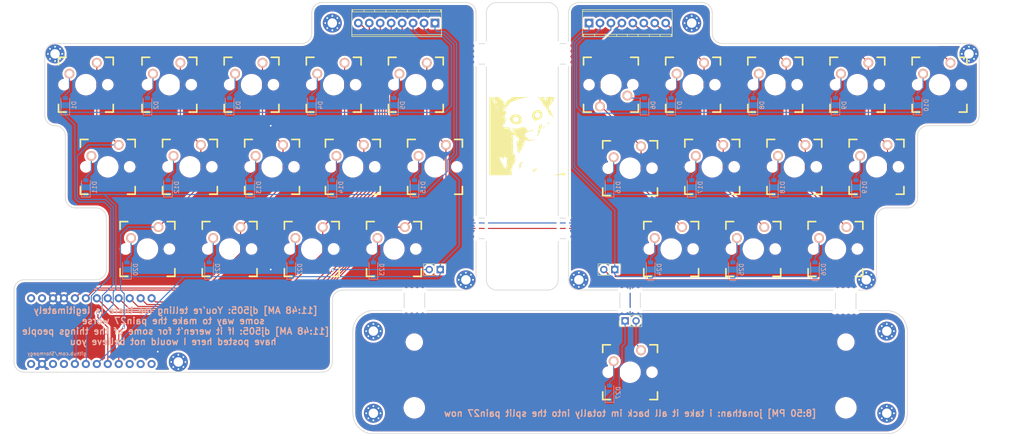
<source format=kicad_pcb>
(kicad_pcb (version 20171130) (host pcbnew "(5.1.4)-1")
  (layers (0 F.Cu signal) (31 B.Cu signal) (34 B.Paste user) (35 F.Paste user) (36 B.SilkS user) (37 F.SilkS user) (38 B.Mask user) (39 F.Mask user) (44 Edge.Cuts user))
  (net 0 "")
  (net 1 "Net-(B1-Pad1)")
  (net 2 "Net-(B1-Pad2)")
  (net 3 GND)
  (net 4 /ROW2)
  (net 5 /ROW3)
  (net 6 /ROW4)
  (net 7 /ROW5)
  (net 8 /ROW6)
  (net 9 /ROW7)
  (net 10 /ROW8)
  (net 11 /ROW9)
  (net 12 "Net-(B1-Pad13)")
  (net 13 "Net-(B1-Pad14)")
  (net 14 "Net-(B1-Pad15)")
  (net 15 /ROW1)
  (net 16 /ROW0)
  (net 17 /IDIOT2)
  (net 18 /IDIOT1)
  (net 19 /IDIOT0)
  (net 20 "Net-(B1-Pad21)")
  (net 21 "Net-(B1-Pad22)")
  (net 22 "Net-(B1-Pad24)")
  (net 23 "Net-(D1-Pad2)")
  (net 24 "Net-(D2-Pad2)")
  (net 25 "Net-(D3-Pad2)")
  (net 26 "Net-(D4-Pad2)")
  (net 27 "Net-(D5-Pad2)")
  (net 28 "Net-(D10-Pad1)")
  (net 29 "Net-(D6-Pad2)")
  (net 30 "Net-(D7-Pad2)")
  (net 31 "Net-(D8-Pad2)")
  (net 32 "Net-(D9-Pad2)")
  (net 33 "Net-(D10-Pad2)")
  (net 34 "Net-(D11-Pad2)")
  (net 35 "Net-(D12-Pad2)")
  (net 36 "Net-(D13-Pad2)")
  (net 37 "Net-(D14-Pad2)")
  (net 38 "Net-(D15-Pad2)")
  (net 39 "Net-(D16-Pad1)")
  (net 40 "Net-(D16-Pad2)")
  (net 41 "Net-(D17-Pad2)")
  (net 42 "Net-(D18-Pad2)")
  (net 43 "Net-(D19-Pad2)")
  (net 44 "Net-(D20-Pad2)")
  (net 45 "Net-(D21-Pad2)")
  (net 46 "Net-(D22-Pad2)")
  (net 47 "Net-(D23-Pad2)")
  (net 48 "Net-(D24-Pad1)")
  (net 49 "Net-(D24-Pad2)")
  (net 50 "Net-(D25-Pad2)")
  (net 51 "Net-(D26-Pad2)")
  (net 52 "Net-(D27-Pad1)")
  (net 53 "Net-(D27-Pad2)")
  (net 54 "Net-(J2-Pad4)")
  (net 55 "Net-(J2-Pad5)")
  (net 56 "Net-(J2-Pad6)")
  (net 57 "Net-(J2-Pad7)")
  (net 58 "Net-(J2-Pad8)")
  (net 59 "Net-(J80085-Pad2)")
  (module "its called art:wilde5" (layer F.Cu) (at 188.099 64.287)
    (fp_text reference G*** hide)
    (fp_text value LOGO hide)
  )
  (module libs:breakaway-mousebites (layer F.Cu) (at 178.321 45.239 270)
    (fp_text reference REF**)
    (fp_text value breakaway-mousebites)
    (pad "" np_thru_hole circle (at 0 -0.254 270) (size 0.7874 0.7874) (drill 0.7874) (layers *.Cu *.Mask))
    (pad "" np_thru_hole circle (at 1.27 -0.254 270) (size 0.7874 0.7874) (drill 0.7874) (layers *.Cu *.Mask))
    (pad "" np_thru_hole circle (at 2.54 -0.254 270) (size 0.7874 0.7874) (drill 0.7874) (layers *.Cu *.Mask))
    (pad "" np_thru_hole circle (at -1.27 -0.254 270) (size 0.7874 0.7874) (drill 0.7874) (layers *.Cu *.Mask))
    (pad "" np_thru_hole circle (at -2.54 -0.254 270) (size 0.7874 0.7874) (drill 0.7874) (layers *.Cu *.Mask))
  )
  (module libs:breakaway-mousebites (layer F.Cu) (at 194.988 45.239 270)
    (fp_text reference REF**)
    (fp_text value breakaway-mousebites)
    (pad "" np_thru_hole circle (at -2.54 -0.254 270) (size 0.7874 0.7874) (drill 0.7874) (layers *.Cu *.Mask))
    (pad "" np_thru_hole circle (at -1.27 -0.254 270) (size 0.7874 0.7874) (drill 0.7874) (layers *.Cu *.Mask))
    (pad "" np_thru_hole circle (at 2.54 -0.254 270) (size 0.7874 0.7874) (drill 0.7874) (layers *.Cu *.Mask))
    (pad "" np_thru_hole circle (at 1.27 -0.254 270) (size 0.7874 0.7874) (drill 0.7874) (layers *.Cu *.Mask))
    (pad "" np_thru_hole circle (at 0 -0.254 270) (size 0.7874 0.7874) (drill 0.7874) (layers *.Cu *.Mask))
  )
  (module libs:breakaway-mousebites (layer F.Cu) (at 194.988 85.716 270)
    (fp_text reference REF**)
    (fp_text value breakaway-mousebites)
    (pad "" np_thru_hole circle (at 0 -0.254 270) (size 0.7874 0.7874) (drill 0.7874) (layers *.Cu *.Mask) (net 3 GND))
    (pad "" np_thru_hole circle (at 1.27 -0.254 270) (size 0.7874 0.7874) (drill 0.7874) (layers *.Cu *.Mask))
    (pad "" np_thru_hole circle (at 2.54 -0.254 270) (size 0.7874 0.7874) (drill 0.7874) (layers *.Cu *.Mask))
    (pad "" np_thru_hole circle (at -1.27 -0.254 270) (size 0.7874 0.7874) (drill 0.7874) (layers *.Cu *.Mask))
    (pad "" np_thru_hole circle (at -2.54 -0.254 270) (size 0.7874 0.7874) (drill 0.7874) (layers *.Cu *.Mask))
  )
  (module libs:breakaway-mousebites (layer F.Cu) (at 178.321 85.716 270)
    (fp_text reference REF**)
    (fp_text value breakaway-mousebites)
    (pad "" np_thru_hole circle (at -2.54 -0.254 270) (size 0.7874 0.7874) (drill 0.7874) (layers *.Cu *.Mask))
    (pad "" np_thru_hole circle (at -1.27 -0.254 270) (size 0.7874 0.7874) (drill 0.7874) (layers *.Cu *.Mask))
    (pad "" np_thru_hole circle (at 2.54 -0.254 270) (size 0.7874 0.7874) (drill 0.7874) (layers *.Cu *.Mask))
    (pad "" np_thru_hole circle (at 1.27 -0.254 270) (size 0.7874 0.7874) (drill 0.7874) (layers *.Cu *.Mask))
    (pad "" np_thru_hole circle (at 0 -0.254 270) (size 0.7874 0.7874) (drill 0.7874) (layers *.Cu *.Mask) (net 3 GND))
  )
  (module Pin_Headers:Pin_Header_Straight_1x02_Pitch2.54mm (layer F.Cu) (at 210.75 107.15 90)
    (fp_text reference J80085 hide)
    (fp_text value Conn_01x02)
    (pad 1 thru_hole rect (at 0 0 90) (size 1.7 1.7) (drill 1) (layers *.Cu *.Mask) (net 52 "Net-(D27-Pad1)"))
    (pad 2 thru_hole oval (at 0 2.54 90) (size 1.7 1.7) (drill 1) (layers *.Cu *.Mask) (net 59 "Net-(J80085-Pad2)"))
  )
  (module Pin_Headers:Pin_Header_Straight_1x02_Pitch2.54mm (layer F.Cu) (at 208.35895 95.2504 270)
    (fp_text reference J73 hide)
    (fp_text value Conn_01x02)
    (pad 1 thru_hole rect (at 0 0 270) (size 1.7 1.7) (drill 1) (layers *.Cu *.Mask) (net 48 "Net-(D24-Pad1)"))
    (pad 2 thru_hole oval (at 0 2.54 270) (size 1.7 1.7) (drill 1) (layers *.Cu *.Mask) (net 57 "Net-(J2-Pad7)"))
  )
  (module Pin_Headers:Pin_Header_Straight_1x02_Pitch2.54mm (layer F.Cu) (at 167.87883 95.2504 270)
    (fp_text reference J69 hide)
    (fp_text value Conn_01x02)
    (pad 1 thru_hole rect (at 0 0 270) (size 1.7 1.7) (drill 1) (layers *.Cu *.Mask) (net 17 /IDIOT2))
    (pad 2 thru_hole oval (at 0 2.54 270) (size 1.7 1.7) (drill 1) (layers *.Cu *.Mask) (net 10 /ROW8))
  )
  (module Mounting_Holes:MountingHole_2.2mm_M2_Pad_Via (layer F.Cu) (at 107.1567 116.68174)
    (fp_text reference REF** hide)
    (fp_text value MountingHole_2.2mm_M2_Pad_Via)
    (pad 1 thru_hole circle (at 1.166726 -1.166726) (size 0.7 0.7) (drill 0.4) (layers *.Cu *.Mask))
    (pad 1 thru_hole circle (at 0 -1.65) (size 0.7 0.7) (drill 0.4) (layers *.Cu *.Mask))
    (pad 1 thru_hole circle (at -1.166726 -1.166726) (size 0.7 0.7) (drill 0.4) (layers *.Cu *.Mask))
    (pad 1 thru_hole circle (at -1.65 0) (size 0.7 0.7) (drill 0.4) (layers *.Cu *.Mask))
    (pad 1 thru_hole circle (at -1.166726 1.166726) (size 0.7 0.7) (drill 0.4) (layers *.Cu *.Mask))
    (pad 1 thru_hole circle (at 0 1.65) (size 0.7 0.7) (drill 0.4) (layers *.Cu *.Mask))
    (pad 1 thru_hole circle (at 1.166726 1.166726) (size 0.7 0.7) (drill 0.4) (layers *.Cu *.Mask))
    (pad 1 thru_hole circle (at 1.65 0) (size 0.7 0.7) (drill 0.4) (layers *.Cu *.Mask))
    (pad 1 thru_hole circle (at 0 0) (size 4.4 4.4) (drill 2.2) (layers *.Cu *.Mask))
  )
  (module Mounting_Holes:MountingHole_2.2mm_M2_Pad_Via (layer F.Cu) (at 173.83198 97.63166)
    (fp_text reference REF** hide)
    (fp_text value MountingHole_2.2mm_M2_Pad_Via)
    (pad 1 thru_hole circle (at 0 0) (size 4.4 4.4) (drill 2.2) (layers *.Cu *.Mask))
    (pad 1 thru_hole circle (at 1.65 0) (size 0.7 0.7) (drill 0.4) (layers *.Cu *.Mask))
    (pad 1 thru_hole circle (at 1.166726 1.166726) (size 0.7 0.7) (drill 0.4) (layers *.Cu *.Mask))
    (pad 1 thru_hole circle (at 0 1.65) (size 0.7 0.7) (drill 0.4) (layers *.Cu *.Mask))
    (pad 1 thru_hole circle (at -1.166726 1.166726) (size 0.7 0.7) (drill 0.4) (layers *.Cu *.Mask))
    (pad 1 thru_hole circle (at -1.65 0) (size 0.7 0.7) (drill 0.4) (layers *.Cu *.Mask))
    (pad 1 thru_hole circle (at -1.166726 -1.166726) (size 0.7 0.7) (drill 0.4) (layers *.Cu *.Mask))
    (pad 1 thru_hole circle (at 0 -1.65) (size 0.7 0.7) (drill 0.4) (layers *.Cu *.Mask))
    (pad 1 thru_hole circle (at 1.166726 -1.166726) (size 0.7 0.7) (drill 0.4) (layers *.Cu *.Mask))
  )
  (module Mounting_Holes:MountingHole_2.2mm_M2_Pad_Via (layer F.Cu) (at 200.02454 97.63166)
    (fp_text reference REF** hide)
    (fp_text value MountingHole_2.2mm_M2_Pad_Via)
    (pad 1 thru_hole circle (at 1.166726 -1.166726) (size 0.7 0.7) (drill 0.4) (layers *.Cu *.Mask))
    (pad 1 thru_hole circle (at 0 -1.65) (size 0.7 0.7) (drill 0.4) (layers *.Cu *.Mask))
    (pad 1 thru_hole circle (at -1.166726 -1.166726) (size 0.7 0.7) (drill 0.4) (layers *.Cu *.Mask))
    (pad 1 thru_hole circle (at -1.65 0) (size 0.7 0.7) (drill 0.4) (layers *.Cu *.Mask))
    (pad 1 thru_hole circle (at -1.166726 1.166726) (size 0.7 0.7) (drill 0.4) (layers *.Cu *.Mask))
    (pad 1 thru_hole circle (at 0 1.65) (size 0.7 0.7) (drill 0.4) (layers *.Cu *.Mask))
    (pad 1 thru_hole circle (at 1.166726 1.166726) (size 0.7 0.7) (drill 0.4) (layers *.Cu *.Mask))
    (pad 1 thru_hole circle (at 1.65 0) (size 0.7 0.7) (drill 0.4) (layers *.Cu *.Mask))
    (pad 1 thru_hole circle (at 0 0) (size 4.4 4.4) (drill 2.2) (layers *.Cu *.Mask))
  )
  (module Mounting_Holes:MountingHole_2.2mm_M2_Pad_Via (layer F.Cu) (at 271.434 109.526)
    (fp_text reference REF** hide)
    (fp_text value MountingHole_2.2mm_M2_Pad_Via)
    (pad 1 thru_hole circle (at 0 0) (size 4.4 4.4) (drill 2.2) (layers *.Cu *.Mask))
    (pad 1 thru_hole circle (at 1.65 0) (size 0.7 0.7) (drill 0.4) (layers *.Cu *.Mask))
    (pad 1 thru_hole circle (at 1.166726 1.166726) (size 0.7 0.7) (drill 0.4) (layers *.Cu *.Mask))
    (pad 1 thru_hole circle (at 0 1.65) (size 0.7 0.7) (drill 0.4) (layers *.Cu *.Mask))
    (pad 1 thru_hole circle (at -1.166726 1.166726) (size 0.7 0.7) (drill 0.4) (layers *.Cu *.Mask))
    (pad 1 thru_hole circle (at -1.65 0) (size 0.7 0.7) (drill 0.4) (layers *.Cu *.Mask))
    (pad 1 thru_hole circle (at -1.166726 -1.166726) (size 0.7 0.7) (drill 0.4) (layers *.Cu *.Mask))
    (pad 1 thru_hole circle (at 0 -1.65) (size 0.7 0.7) (drill 0.4) (layers *.Cu *.Mask))
    (pad 1 thru_hole circle (at 1.166726 -1.166726) (size 0.7 0.7) (drill 0.4) (layers *.Cu *.Mask))
  )
  (module Mounting_Holes:MountingHole_2.2mm_M2_Pad_Via (layer F.Cu) (at 271.434 128.574)
    (fp_text reference REF** hide)
    (fp_text value MountingHole_2.2mm_M2_Pad_Via)
    (pad 1 thru_hole circle (at 0 0) (size 4.4 4.4) (drill 2.2) (layers *.Cu *.Mask))
    (pad 1 thru_hole circle (at 1.65 0) (size 0.7 0.7) (drill 0.4) (layers *.Cu *.Mask))
    (pad 1 thru_hole circle (at 1.166726 1.166726) (size 0.7 0.7) (drill 0.4) (layers *.Cu *.Mask))
    (pad 1 thru_hole circle (at 0 1.65) (size 0.7 0.7) (drill 0.4) (layers *.Cu *.Mask))
    (pad 1 thru_hole circle (at -1.166726 1.166726) (size 0.7 0.7) (drill 0.4) (layers *.Cu *.Mask))
    (pad 1 thru_hole circle (at -1.65 0) (size 0.7 0.7) (drill 0.4) (layers *.Cu *.Mask))
    (pad 1 thru_hole circle (at -1.166726 -1.166726) (size 0.7 0.7) (drill 0.4) (layers *.Cu *.Mask))
    (pad 1 thru_hole circle (at 0 -1.65) (size 0.7 0.7) (drill 0.4) (layers *.Cu *.Mask))
    (pad 1 thru_hole circle (at 1.166726 -1.166726) (size 0.7 0.7) (drill 0.4) (layers *.Cu *.Mask))
  )
  (module Mounting_Holes:MountingHole_2.2mm_M2_Pad_Via (layer F.Cu) (at 152.384 128.574)
    (fp_text reference REF** hide)
    (fp_text value MountingHole_2.2mm_M2_Pad_Via)
    (pad 1 thru_hole circle (at 0 0) (size 4.4 4.4) (drill 2.2) (layers *.Cu *.Mask))
    (pad 1 thru_hole circle (at 1.65 0) (size 0.7 0.7) (drill 0.4) (layers *.Cu *.Mask))
    (pad 1 thru_hole circle (at 1.166726 1.166726) (size 0.7 0.7) (drill 0.4) (layers *.Cu *.Mask))
    (pad 1 thru_hole circle (at 0 1.65) (size 0.7 0.7) (drill 0.4) (layers *.Cu *.Mask))
    (pad 1 thru_hole circle (at -1.166726 1.166726) (size 0.7 0.7) (drill 0.4) (layers *.Cu *.Mask))
    (pad 1 thru_hole circle (at -1.65 0) (size 0.7 0.7) (drill 0.4) (layers *.Cu *.Mask))
    (pad 1 thru_hole circle (at -1.166726 -1.166726) (size 0.7 0.7) (drill 0.4) (layers *.Cu *.Mask))
    (pad 1 thru_hole circle (at 0 -1.65) (size 0.7 0.7) (drill 0.4) (layers *.Cu *.Mask))
    (pad 1 thru_hole circle (at 1.166726 -1.166726) (size 0.7 0.7) (drill 0.4) (layers *.Cu *.Mask))
  )
  (module Mounting_Holes:MountingHole_2.2mm_M2_Pad_Via (layer F.Cu) (at 152.384 109.526)
    (fp_text reference REF** hide)
    (fp_text value MountingHole_2.2mm_M2_Pad_Via)
    (pad 1 thru_hole circle (at 0 0) (size 4.4 4.4) (drill 2.2) (layers *.Cu *.Mask))
    (pad 1 thru_hole circle (at 1.65 0) (size 0.7 0.7) (drill 0.4) (layers *.Cu *.Mask))
    (pad 1 thru_hole circle (at 1.166726 1.166726) (size 0.7 0.7) (drill 0.4) (layers *.Cu *.Mask))
    (pad 1 thru_hole circle (at 0 1.65) (size 0.7 0.7) (drill 0.4) (layers *.Cu *.Mask))
    (pad 1 thru_hole circle (at -1.166726 1.166726) (size 0.7 0.7) (drill 0.4) (layers *.Cu *.Mask))
    (pad 1 thru_hole circle (at -1.65 0) (size 0.7 0.7) (drill 0.4) (layers *.Cu *.Mask))
    (pad 1 thru_hole circle (at -1.166726 -1.166726) (size 0.7 0.7) (drill 0.4) (layers *.Cu *.Mask))
    (pad 1 thru_hole circle (at 0 -1.65) (size 0.7 0.7) (drill 0.4) (layers *.Cu *.Mask))
    (pad 1 thru_hole circle (at 1.166726 -1.166726) (size 0.7 0.7) (drill 0.4) (layers *.Cu *.Mask))
  )
  (module Mounting_Holes:MountingHole_2.2mm_M2_Pad_Via (layer F.Cu) (at 266.672 97.621)
    (fp_text reference REF** hide)
    (fp_text value MountingHole_2.2mm_M2_Pad_Via)
    (pad 1 thru_hole circle (at 0 0) (size 4.4 4.4) (drill 2.2) (layers *.Cu *.Mask))
    (pad 1 thru_hole circle (at 1.65 0) (size 0.7 0.7) (drill 0.4) (layers *.Cu *.Mask))
    (pad 1 thru_hole circle (at 1.166726 1.166726) (size 0.7 0.7) (drill 0.4) (layers *.Cu *.Mask))
    (pad 1 thru_hole circle (at 0 1.65) (size 0.7 0.7) (drill 0.4) (layers *.Cu *.Mask))
    (pad 1 thru_hole circle (at -1.166726 1.166726) (size 0.7 0.7) (drill 0.4) (layers *.Cu *.Mask))
    (pad 1 thru_hole circle (at -1.65 0) (size 0.7 0.7) (drill 0.4) (layers *.Cu *.Mask))
    (pad 1 thru_hole circle (at -1.166726 -1.166726) (size 0.7 0.7) (drill 0.4) (layers *.Cu *.Mask))
    (pad 1 thru_hole circle (at 0 -1.65) (size 0.7 0.7) (drill 0.4) (layers *.Cu *.Mask))
    (pad 1 thru_hole circle (at 1.166726 -1.166726) (size 0.7 0.7) (drill 0.4) (layers *.Cu *.Mask))
  )
  (module Mounting_Holes:MountingHole_2.2mm_M2_Pad_Via (layer F.Cu) (at 290.482 45.239)
    (fp_text reference REF** hide)
    (fp_text value MountingHole_2.2mm_M2_Pad_Via)
    (pad 1 thru_hole circle (at 0 0) (size 4.4 4.4) (drill 2.2) (layers *.Cu *.Mask))
    (pad 1 thru_hole circle (at 1.65 0) (size 0.7 0.7) (drill 0.4) (layers *.Cu *.Mask))
    (pad 1 thru_hole circle (at 1.166726 1.166726) (size 0.7 0.7) (drill 0.4) (layers *.Cu *.Mask))
    (pad 1 thru_hole circle (at 0 1.65) (size 0.7 0.7) (drill 0.4) (layers *.Cu *.Mask))
    (pad 1 thru_hole circle (at -1.166726 1.166726) (size 0.7 0.7) (drill 0.4) (layers *.Cu *.Mask))
    (pad 1 thru_hole circle (at -1.65 0) (size 0.7 0.7) (drill 0.4) (layers *.Cu *.Mask))
    (pad 1 thru_hole circle (at -1.166726 -1.166726) (size 0.7 0.7) (drill 0.4) (layers *.Cu *.Mask))
    (pad 1 thru_hole circle (at 0 -1.65) (size 0.7 0.7) (drill 0.4) (layers *.Cu *.Mask))
    (pad 1 thru_hole circle (at 1.166726 -1.166726) (size 0.7 0.7) (drill 0.4) (layers *.Cu *.Mask))
  )
  (module Mounting_Holes:MountingHole_2.2mm_M2_Pad_Via (layer F.Cu) (at 78.573 45.239)
    (fp_text reference REF** hide)
    (fp_text value MountingHole_2.2mm_M2_Pad_Via)
    (pad 1 thru_hole circle (at 0 0) (size 4.4 4.4) (drill 2.2) (layers *.Cu *.Mask))
    (pad 1 thru_hole circle (at 1.65 0) (size 0.7 0.7) (drill 0.4) (layers *.Cu *.Mask))
    (pad 1 thru_hole circle (at 1.166726 1.166726) (size 0.7 0.7) (drill 0.4) (layers *.Cu *.Mask))
    (pad 1 thru_hole circle (at 0 1.65) (size 0.7 0.7) (drill 0.4) (layers *.Cu *.Mask))
    (pad 1 thru_hole circle (at -1.166726 1.166726) (size 0.7 0.7) (drill 0.4) (layers *.Cu *.Mask))
    (pad 1 thru_hole circle (at -1.65 0) (size 0.7 0.7) (drill 0.4) (layers *.Cu *.Mask))
    (pad 1 thru_hole circle (at -1.166726 -1.166726) (size 0.7 0.7) (drill 0.4) (layers *.Cu *.Mask))
    (pad 1 thru_hole circle (at 0 -1.65) (size 0.7 0.7) (drill 0.4) (layers *.Cu *.Mask))
    (pad 1 thru_hole circle (at 1.166726 -1.166726) (size 0.7 0.7) (drill 0.4) (layers *.Cu *.Mask))
  )
  (module Mounting_Holes:MountingHole_2.2mm_M2_Pad_Via (layer F.Cu) (at 142.86 38.096)
    (fp_text reference REF** hide)
    (fp_text value MountingHole_2.2mm_M2_Pad_Via)
    (pad 1 thru_hole circle (at 0 0) (size 4.4 4.4) (drill 2.2) (layers *.Cu *.Mask))
    (pad 1 thru_hole circle (at 1.65 0) (size 0.7 0.7) (drill 0.4) (layers *.Cu *.Mask))
    (pad 1 thru_hole circle (at 1.166726 1.166726) (size 0.7 0.7) (drill 0.4) (layers *.Cu *.Mask))
    (pad 1 thru_hole circle (at 0 1.65) (size 0.7 0.7) (drill 0.4) (layers *.Cu *.Mask))
    (pad 1 thru_hole circle (at -1.166726 1.166726) (size 0.7 0.7) (drill 0.4) (layers *.Cu *.Mask))
    (pad 1 thru_hole circle (at -1.65 0) (size 0.7 0.7) (drill 0.4) (layers *.Cu *.Mask))
    (pad 1 thru_hole circle (at -1.166726 -1.166726) (size 0.7 0.7) (drill 0.4) (layers *.Cu *.Mask))
    (pad 1 thru_hole circle (at 0 -1.65) (size 0.7 0.7) (drill 0.4) (layers *.Cu *.Mask))
    (pad 1 thru_hole circle (at 1.166726 -1.166726) (size 0.7 0.7) (drill 0.4) (layers *.Cu *.Mask))
  )
  (module libs:breakaway-mousebites (layer F.Cu) (at 261.91 100.002 180)
    (fp_text reference REF**)
    (fp_text value breakaway-mousebites)
    (pad "" np_thru_hole circle (at 0 -0.254 180) (size 0.7874 0.7874) (drill 0.7874) (layers *.Cu *.Mask))
    (pad "" np_thru_hole circle (at 1.27 -0.254 180) (size 0.7874 0.7874) (drill 0.7874) (layers *.Cu *.Mask))
    (pad "" np_thru_hole circle (at 2.54 -0.254 180) (size 0.7874 0.7874) (drill 0.7874) (layers *.Cu *.Mask))
    (pad "" np_thru_hole circle (at -1.27 -0.254 180) (size 0.7874 0.7874) (drill 0.7874) (layers *.Cu *.Mask))
    (pad "" np_thru_hole circle (at -2.54 -0.254 180) (size 0.7874 0.7874) (drill 0.7874) (layers *.Cu *.Mask))
  )
  (module libs:breakaway-mousebites (layer F.Cu) (at 197.623 45.239 90)
    (fp_text reference REF**)
    (fp_text value breakaway-mousebites)
    (pad "" np_thru_hole circle (at 0 -0.254 90) (size 0.7874 0.7874) (drill 0.7874) (layers *.Cu *.Mask))
    (pad "" np_thru_hole circle (at 1.27 -0.254 90) (size 0.7874 0.7874) (drill 0.7874) (layers *.Cu *.Mask))
    (pad "" np_thru_hole circle (at 2.54 -0.254 90) (size 0.7874 0.7874) (drill 0.7874) (layers *.Cu *.Mask))
    (pad "" np_thru_hole circle (at -1.27 -0.254 90) (size 0.7874 0.7874) (drill 0.7874) (layers *.Cu *.Mask))
    (pad "" np_thru_hole circle (at -2.54 -0.254 90) (size 0.7874 0.7874) (drill 0.7874) (layers *.Cu *.Mask))
  )
  (module libs:breakaway-mousebites (layer F.Cu) (at 176.194 45.239 270)
    (fp_text reference REF**)
    (fp_text value breakaway-mousebites)
    (pad "" np_thru_hole circle (at 0 -0.254 270) (size 0.7874 0.7874) (drill 0.7874) (layers *.Cu *.Mask))
    (pad "" np_thru_hole circle (at 1.27 -0.254 270) (size 0.7874 0.7874) (drill 0.7874) (layers *.Cu *.Mask))
    (pad "" np_thru_hole circle (at 2.54 -0.254 270) (size 0.7874 0.7874) (drill 0.7874) (layers *.Cu *.Mask))
    (pad "" np_thru_hole circle (at -1.27 -0.254 270) (size 0.7874 0.7874) (drill 0.7874) (layers *.Cu *.Mask))
    (pad "" np_thru_hole circle (at -2.54 -0.254 270) (size 0.7874 0.7874) (drill 0.7874) (layers *.Cu *.Mask))
  )
  (module libs:breakaway-mousebites (layer F.Cu) (at 197.623 85.716 90)
    (fp_text reference REF**)
    (fp_text value breakaway-mousebites)
    (pad "" np_thru_hole circle (at 0 -0.254 90) (size 0.7874 0.7874) (drill 0.7874) (layers *.Cu *.Mask) (net 3 GND))
    (pad "" np_thru_hole circle (at 1.27 -0.254 90) (size 0.7874 0.7874) (drill 0.7874) (layers *.Cu *.Mask))
    (pad "" np_thru_hole circle (at 2.54 -0.254 90) (size 0.7874 0.7874) (drill 0.7874) (layers *.Cu *.Mask))
    (pad "" np_thru_hole circle (at -1.27 -0.254 90) (size 0.7874 0.7874) (drill 0.7874) (layers *.Cu *.Mask))
    (pad "" np_thru_hole circle (at -2.54 -0.254 90) (size 0.7874 0.7874) (drill 0.7874) (layers *.Cu *.Mask))
  )
  (module libs:breakaway-mousebites (layer F.Cu) (at 176.194 85.716 270)
    (fp_text reference REF**)
    (fp_text value breakaway-mousebites)
    (pad "" np_thru_hole circle (at 0 -0.254 270) (size 0.7874 0.7874) (drill 0.7874) (layers *.Cu *.Mask) (net 3 GND))
    (pad "" np_thru_hole circle (at 1.27 -0.254 270) (size 0.7874 0.7874) (drill 0.7874) (layers *.Cu *.Mask))
    (pad "" np_thru_hole circle (at 2.54 -0.254 270) (size 0.7874 0.7874) (drill 0.7874) (layers *.Cu *.Mask))
    (pad "" np_thru_hole circle (at -1.27 -0.254 270) (size 0.7874 0.7874) (drill 0.7874) (layers *.Cu *.Mask))
    (pad "" np_thru_hole circle (at -2.54 -0.254 270) (size 0.7874 0.7874) (drill 0.7874) (layers *.Cu *.Mask))
  )
  (module libs:breakaway-mousebites (layer F.Cu) (at 261.91 105.018)
    (fp_text reference REF**)
    (fp_text value breakaway-mousebites)
    (pad "" np_thru_hole circle (at 0 -0.254) (size 0.7874 0.7874) (drill 0.7874) (layers *.Cu *.Mask))
    (pad "" np_thru_hole circle (at 1.27 -0.254) (size 0.7874 0.7874) (drill 0.7874) (layers *.Cu *.Mask))
    (pad "" np_thru_hole circle (at 2.54 -0.254) (size 0.7874 0.7874) (drill 0.7874) (layers *.Cu *.Mask))
    (pad "" np_thru_hole circle (at -1.27 -0.254) (size 0.7874 0.7874) (drill 0.7874) (layers *.Cu *.Mask))
    (pad "" np_thru_hole circle (at -2.54 -0.254) (size 0.7874 0.7874) (drill 0.7874) (layers *.Cu *.Mask))
  )
  (module libs:breakaway-mousebites (layer F.Cu) (at 211.909 100.002 180)
    (fp_text reference REF**)
    (fp_text value breakaway-mousebites)
    (pad "" np_thru_hole circle (at 0 -0.254 180) (size 0.7874 0.7874) (drill 0.7874) (layers *.Cu *.Mask) (net 3 GND))
    (pad "" np_thru_hole circle (at 1.27 -0.254 180) (size 0.7874 0.7874) (drill 0.7874) (layers *.Cu *.Mask))
    (pad "" np_thru_hole circle (at 2.54 -0.254 180) (size 0.7874 0.7874) (drill 0.7874) (layers *.Cu *.Mask))
    (pad "" np_thru_hole circle (at -1.27 -0.254 180) (size 0.7874 0.7874) (drill 0.7874) (layers *.Cu *.Mask))
    (pad "" np_thru_hole circle (at -2.54 -0.254 180) (size 0.7874 0.7874) (drill 0.7874) (layers *.Cu *.Mask))
  )
  (module libs:breakaway-mousebites (layer F.Cu) (at 211.909 104.764)
    (fp_text reference REF**)
    (fp_text value breakaway-mousebites)
    (pad "" np_thru_hole circle (at 0 -0.254) (size 0.7874 0.7874) (drill 0.7874) (layers *.Cu *.Mask) (net 3 GND))
    (pad "" np_thru_hole circle (at 1.27 -0.254) (size 0.7874 0.7874) (drill 0.7874) (layers *.Cu *.Mask))
    (pad "" np_thru_hole circle (at 2.54 -0.254) (size 0.7874 0.7874) (drill 0.7874) (layers *.Cu *.Mask))
    (pad "" np_thru_hole circle (at -1.27 -0.254) (size 0.7874 0.7874) (drill 0.7874) (layers *.Cu *.Mask))
    (pad "" np_thru_hole circle (at -2.54 -0.254) (size 0.7874 0.7874) (drill 0.7874) (layers *.Cu *.Mask))
  )
  (module libs:breakaway-mousebites (layer F.Cu) (at 161.908 100.002 180)
    (fp_text reference REF**)
    (fp_text value breakaway-mousebites)
    (pad "" np_thru_hole circle (at 0 -0.254 180) (size 0.7874 0.7874) (drill 0.7874) (layers *.Cu *.Mask))
    (pad "" np_thru_hole circle (at 1.27 -0.254 180) (size 0.7874 0.7874) (drill 0.7874) (layers *.Cu *.Mask))
    (pad "" np_thru_hole circle (at 2.54 -0.254 180) (size 0.7874 0.7874) (drill 0.7874) (layers *.Cu *.Mask))
    (pad "" np_thru_hole circle (at -1.27 -0.254 180) (size 0.7874 0.7874) (drill 0.7874) (layers *.Cu *.Mask))
    (pad "" np_thru_hole circle (at -2.54 -0.254 180) (size 0.7874 0.7874) (drill 0.7874) (layers *.Cu *.Mask))
  )
  (module Boards:SPARKFUN_PRO_MICRO (layer B.Cu) (at 85.716 109.526 270)
    (fp_text reference B1 hide)
    (fp_text value SPARKFUN_PRO_MICRO hide)
    (pad 1 thru_hole circle (at -7.62 12.7 270) (size 1.8796 1.8796) (drill 1.016) (layers *.Cu *.Mask) (net 1 "Net-(B1-Pad1)"))
    (pad 2 thru_hole circle (at -7.62 10.16 270) (size 1.8796 1.8796) (drill 1.016) (layers *.Cu *.Mask) (net 2 "Net-(B1-Pad2)"))
    (pad 3 thru_hole circle (at -7.62 7.62 270) (size 1.8796 1.8796) (drill 1.016) (layers *.Cu *.Mask) (net 3 GND))
    (pad 4 thru_hole circle (at -7.62 5.08 270) (size 1.8796 1.8796) (drill 1.016) (layers *.Cu *.Mask) (net 3 GND))
    (pad 5 thru_hole circle (at -7.62 2.54 270) (size 1.8796 1.8796) (drill 1.016) (layers *.Cu *.Mask) (net 4 /ROW2))
    (pad 6 thru_hole circle (at -7.62 0 270) (size 1.8796 1.8796) (drill 1.016) (layers *.Cu *.Mask) (net 5 /ROW3))
    (pad 7 thru_hole circle (at -7.62 -2.54 270) (size 1.8796 1.8796) (drill 1.016) (layers *.Cu *.Mask) (net 6 /ROW4))
    (pad 8 thru_hole circle (at -7.62 -5.08 270) (size 1.8796 1.8796) (drill 1.016) (layers *.Cu *.Mask) (net 7 /ROW5))
    (pad 9 thru_hole circle (at -7.62 -7.62 270) (size 1.8796 1.8796) (drill 1.016) (layers *.Cu *.Mask) (net 8 /ROW6))
    (pad 10 thru_hole circle (at -7.62 -10.16 270) (size 1.8796 1.8796) (drill 1.016) (layers *.Cu *.Mask) (net 9 /ROW7))
    (pad 11 thru_hole circle (at -7.62 -12.7 270) (size 1.8796 1.8796) (drill 1.016) (layers *.Cu *.Mask) (net 10 /ROW8))
    (pad 12 thru_hole circle (at -7.62 -15.24 270) (size 1.8796 1.8796) (drill 1.016) (layers *.Cu *.Mask) (net 11 /ROW9))
    (pad 13 thru_hole circle (at 7.62 -15.24 270) (size 1.8796 1.8796) (drill 1.016) (layers *.Cu *.Mask) (net 12 "Net-(B1-Pad13)"))
    (pad 14 thru_hole circle (at 7.62 -12.7 270) (size 1.8796 1.8796) (drill 1.016) (layers *.Cu *.Mask) (net 13 "Net-(B1-Pad14)"))
    (pad 15 thru_hole circle (at 7.62 -10.16 270) (size 1.8796 1.8796) (drill 1.016) (layers *.Cu *.Mask) (net 14 "Net-(B1-Pad15)"))
    (pad 16 thru_hole circle (at 7.62 -7.62 270) (size 1.8796 1.8796) (drill 1.016) (layers *.Cu *.Mask) (net 15 /ROW1))
    (pad 17 thru_hole circle (at 7.62 -5.08 270) (size 1.8796 1.8796) (drill 1.016) (layers *.Cu *.Mask) (net 16 /ROW0))
    (pad 18 thru_hole circle (at 7.62 -2.54 270) (size 1.8796 1.8796) (drill 1.016) (layers *.Cu *.Mask) (net 17 /IDIOT2))
    (pad 19 thru_hole circle (at 7.62 0 270) (size 1.8796 1.8796) (drill 1.016) (layers *.Cu *.Mask) (net 18 /IDIOT1))
    (pad 20 thru_hole circle (at 7.62 2.54 270) (size 1.8796 1.8796) (drill 1.016) (layers *.Cu *.Mask) (net 19 /IDIOT0))
    (pad 21 thru_hole circle (at 7.62 5.08 270) (size 1.8796 1.8796) (drill 1.016) (layers *.Cu *.Mask) (net 20 "Net-(B1-Pad21)"))
    (pad 22 thru_hole circle (at 7.62 7.62 270) (size 1.8796 1.8796) (drill 1.016) (layers *.Cu *.Mask) (net 21 "Net-(B1-Pad22)"))
    (pad 23 thru_hole circle (at 7.62 10.16 270) (size 1.8796 1.8796) (drill 1.016) (layers *.Cu *.Mask) (net 3 GND))
    (pad 24 thru_hole circle (at 7.62 12.7 270) (size 1.8796 1.8796) (drill 1.016) (layers *.Cu *.Mask) (net 22 "Net-(B1-Pad24)"))
  )
  (module Diodes_SMD:D_SOD-123 (layer B.Cu) (at 80.954 57.144 90)
    (fp_text reference D1 (at 0 2 90) (layer B.SilkS) (effects (justify mirror)))
    (fp_text value D)
    (pad 1 smd rect (at -1.65 0 90) (size 0.9 1.2) (layers B.Cu B.Paste B.Mask) (net 19 /IDIOT0))
    (pad 2 smd rect (at 1.65 0 90) (size 0.9 1.2) (layers B.Cu B.Paste B.Mask) (net 23 "Net-(D1-Pad2)"))
  )
  (module Diodes_SMD:D_SOD-123 (layer B.Cu) (at 100.002 57.144 90)
    (fp_text reference D2 (at 0 2 90) (layer B.SilkS) (effects (justify mirror)))
    (fp_text value D)
    (pad 1 smd rect (at -1.65 0 90) (size 0.9 1.2) (layers B.Cu B.Paste B.Mask) (net 19 /IDIOT0))
    (pad 2 smd rect (at 1.65 0 90) (size 0.9 1.2) (layers B.Cu B.Paste B.Mask) (net 24 "Net-(D2-Pad2)"))
  )
  (module Diodes_SMD:D_SOD-123 (layer B.Cu) (at 119.05 57.144 90)
    (fp_text reference D3 (at 0 2 90) (layer B.SilkS) (effects (justify mirror)))
    (fp_text value D)
    (pad 1 smd rect (at -1.65 0 90) (size 0.9 1.2) (layers B.Cu B.Paste B.Mask) (net 19 /IDIOT0))
    (pad 2 smd rect (at 1.65 0 90) (size 0.9 1.2) (layers B.Cu B.Paste B.Mask) (net 25 "Net-(D3-Pad2)"))
  )
  (module Diodes_SMD:D_SOD-123 (layer B.Cu) (at 138.098 57.144 90)
    (fp_text reference D4 (at 0 2 90) (layer B.SilkS) (effects (justify mirror)))
    (fp_text value D)
    (pad 1 smd rect (at -1.65 0 90) (size 0.9 1.2) (layers B.Cu B.Paste B.Mask) (net 19 /IDIOT0))
    (pad 2 smd rect (at 1.65 0 90) (size 0.9 1.2) (layers B.Cu B.Paste B.Mask) (net 26 "Net-(D4-Pad2)"))
  )
  (module Diodes_SMD:D_SOD-123 (layer B.Cu) (at 157.146 57.144 90)
    (fp_text reference D5 hide)
    (fp_text value D)
    (fp_text user D5 (at 0 2 90) (layer B.SilkS) (effects (justify mirror)))
    (pad 1 smd rect (at -1.65 0 90) (size 0.9 1.2) (layers B.Cu B.Paste B.Mask) (net 19 /IDIOT0))
    (pad 2 smd rect (at 1.65 0 90) (size 0.9 1.2) (layers B.Cu B.Paste B.Mask) (net 27 "Net-(D5-Pad2)"))
  )
  (module Diodes_SMD:D_SOD-123 (layer B.Cu) (at 215.25 57.144 90)
    (fp_text reference D6 (at 0 2 90) (layer B.SilkS) (effects (justify mirror)))
    (fp_text value D)
    (pad 1 smd rect (at -1.65 0 90) (size 0.9 1.2) (layers B.Cu B.Paste B.Mask) (net 28 "Net-(D10-Pad1)"))
    (pad 2 smd rect (at 1.65 0 90) (size 0.9 1.2) (layers B.Cu B.Paste B.Mask) (net 29 "Net-(D6-Pad2)"))
  )
  (module Diodes_SMD:D_SOD-123 (layer B.Cu) (at 221.433 57.144 90)
    (fp_text reference D7 (at 0 2 90) (layer B.SilkS) (effects (justify mirror)))
    (fp_text value D)
    (pad 1 smd rect (at -1.65 0 90) (size 0.9 1.2) (layers B.Cu B.Paste B.Mask) (net 28 "Net-(D10-Pad1)"))
    (pad 2 smd rect (at 1.65 0 90) (size 0.9 1.2) (layers B.Cu B.Paste B.Mask) (net 30 "Net-(D7-Pad2)"))
  )
  (module Diodes_SMD:D_SOD-123 (layer B.Cu) (at 240.481 57.144 90)
    (fp_text reference D8 (at 0 2 90) (layer B.SilkS) (effects (justify mirror)))
    (fp_text value D)
    (pad 1 smd rect (at -1.65 0 90) (size 0.9 1.2) (layers B.Cu B.Paste B.Mask) (net 28 "Net-(D10-Pad1)"))
    (pad 2 smd rect (at 1.65 0 90) (size 0.9 1.2) (layers B.Cu B.Paste B.Mask) (net 31 "Net-(D8-Pad2)"))
  )
  (module Diodes_SMD:D_SOD-123 (layer B.Cu) (at 259.529 57.144 90)
    (fp_text reference D9 (at 0 2 90) (layer B.SilkS) (effects (justify mirror)))
    (fp_text value D)
    (pad 1 smd rect (at -1.65 0 90) (size 0.9 1.2) (layers B.Cu B.Paste B.Mask) (net 28 "Net-(D10-Pad1)"))
    (pad 2 smd rect (at 1.65 0 90) (size 0.9 1.2) (layers B.Cu B.Paste B.Mask) (net 32 "Net-(D9-Pad2)"))
  )
  (module Diodes_SMD:D_SOD-123 (layer B.Cu) (at 278.577 57.144 90)
    (fp_text reference D10 (at 0 2 90) (layer B.SilkS) (effects (justify mirror)))
    (fp_text value D)
    (pad 1 smd rect (at -1.65 0 90) (size 0.9 1.2) (layers B.Cu B.Paste B.Mask) (net 28 "Net-(D10-Pad1)"))
    (pad 2 smd rect (at 1.65 0 90) (size 0.9 1.2) (layers B.Cu B.Paste B.Mask) (net 33 "Net-(D10-Pad2)"))
  )
  (module Diodes_SMD:D_SOD-123 (layer B.Cu) (at 85.716 76.192 90)
    (fp_text reference D11 (at 0 2 90) (layer B.SilkS) (effects (justify mirror)))
    (fp_text value D)
    (pad 1 smd rect (at -1.65 0 90) (size 0.9 1.2) (layers B.Cu B.Paste B.Mask) (net 18 /IDIOT1))
    (pad 2 smd rect (at 1.65 0 90) (size 0.9 1.2) (layers B.Cu B.Paste B.Mask) (net 34 "Net-(D11-Pad2)"))
  )
  (module Diodes_SMD:D_SOD-123 (layer B.Cu) (at 104.764 76.192 90)
    (fp_text reference D12 (at 0 2 90) (layer B.SilkS) (effects (justify mirror)))
    (fp_text value D)
    (pad 1 smd rect (at -1.65 0 90) (size 0.9 1.2) (layers B.Cu B.Paste B.Mask) (net 18 /IDIOT1))
    (pad 2 smd rect (at 1.65 0 90) (size 0.9 1.2) (layers B.Cu B.Paste B.Mask) (net 35 "Net-(D12-Pad2)"))
  )
  (module Diodes_SMD:D_SOD-123 (layer B.Cu) (at 123.812 76.192 90)
    (fp_text reference D13 (at 0 2 90) (layer B.SilkS) (effects (justify mirror)))
    (fp_text value D)
    (pad 1 smd rect (at -1.65 0 90) (size 0.9 1.2) (layers B.Cu B.Paste B.Mask) (net 18 /IDIOT1))
    (pad 2 smd rect (at 1.65 0 90) (size 0.9 1.2) (layers B.Cu B.Paste B.Mask) (net 36 "Net-(D13-Pad2)"))
  )
  (module Diodes_SMD:D_SOD-123 (layer B.Cu) (at 142.86 76.192 90)
    (fp_text reference D14 (at 0 2 90) (layer B.SilkS) (effects (justify mirror)))
    (fp_text value D)
    (pad 1 smd rect (at -1.65 0 90) (size 0.9 1.2) (layers B.Cu B.Paste B.Mask) (net 18 /IDIOT1))
    (pad 2 smd rect (at 1.65 0 90) (size 0.9 1.2) (layers B.Cu B.Paste B.Mask) (net 37 "Net-(D14-Pad2)"))
  )
  (module Diodes_SMD:D_SOD-123 (layer B.Cu) (at 161.908 76.192 90)
    (fp_text reference D15 (at 0 2 90) (layer B.SilkS) (effects (justify mirror)))
    (fp_text value D)
    (pad 1 smd rect (at -1.65 0 90) (size 0.9 1.2) (layers B.Cu B.Paste B.Mask) (net 18 /IDIOT1))
    (pad 2 smd rect (at 1.65 0 90) (size 0.9 1.2) (layers B.Cu B.Paste B.Mask) (net 38 "Net-(D15-Pad2)"))
  )
  (module Diodes_SMD:D_SOD-123 (layer B.Cu) (at 207.147 76.192 90)
    (fp_text reference D16 (at 0 2 90) (layer B.SilkS) (effects (justify mirror)))
    (fp_text value D)
    (pad 1 smd rect (at -1.65 0 90) (size 0.9 1.2) (layers B.Cu B.Paste B.Mask) (net 39 "Net-(D16-Pad1)"))
    (pad 2 smd rect (at 1.65 0 90) (size 0.9 1.2) (layers B.Cu B.Paste B.Mask) (net 40 "Net-(D16-Pad2)"))
  )
  (module Diodes_SMD:D_SOD-123 (layer B.Cu) (at 226.195 76.192 90)
    (fp_text reference D17 (at 0 2 90) (layer B.SilkS) (effects (justify mirror)))
    (fp_text value D)
    (pad 1 smd rect (at -1.65 0 90) (size 0.9 1.2) (layers B.Cu B.Paste B.Mask) (net 39 "Net-(D16-Pad1)"))
    (pad 2 smd rect (at 1.65 0 90) (size 0.9 1.2) (layers B.Cu B.Paste B.Mask) (net 41 "Net-(D17-Pad2)"))
  )
  (module Diodes_SMD:D_SOD-123 (layer B.Cu) (at 245.243 76.192 90)
    (fp_text reference D18 (at 0 2 90) (layer B.SilkS) (effects (justify mirror)))
    (fp_text value D)
    (pad 1 smd rect (at -1.65 0 90) (size 0.9 1.2) (layers B.Cu B.Paste B.Mask) (net 39 "Net-(D16-Pad1)"))
    (pad 2 smd rect (at 1.65 0 90) (size 0.9 1.2) (layers B.Cu B.Paste B.Mask) (net 42 "Net-(D18-Pad2)"))
  )
  (module Diodes_SMD:D_SOD-123 (layer B.Cu) (at 264.291 76.192 90)
    (fp_text reference D19 (at 0 2 90) (layer B.SilkS) (effects (justify mirror)))
    (fp_text value D)
    (pad 1 smd rect (at -1.65 0 90) (size 0.9 1.2) (layers B.Cu B.Paste B.Mask) (net 39 "Net-(D16-Pad1)"))
    (pad 2 smd rect (at 1.65 0 90) (size 0.9 1.2) (layers B.Cu B.Paste B.Mask) (net 43 "Net-(D19-Pad2)"))
  )
  (module Diodes_SMD:D_SOD-123 (layer B.Cu) (at 95.24 95.24 90)
    (fp_text reference D20 (at 0 2 90) (layer B.SilkS) (effects (justify mirror)))
    (fp_text value D)
    (pad 1 smd rect (at -1.65 0 90) (size 0.9 1.2) (layers B.Cu B.Paste B.Mask) (net 17 /IDIOT2))
    (pad 2 smd rect (at 1.65 0 90) (size 0.9 1.2) (layers B.Cu B.Paste B.Mask) (net 44 "Net-(D20-Pad2)"))
  )
  (module Diodes_SMD:D_SOD-123 (layer B.Cu) (at 114.288 95.24 90)
    (fp_text reference D21 (at 0 2 90) (layer B.SilkS) (effects (justify mirror)))
    (fp_text value D)
    (pad 1 smd rect (at -1.65 0 90) (size 0.9 1.2) (layers B.Cu B.Paste B.Mask) (net 17 /IDIOT2))
    (pad 2 smd rect (at 1.65 0 90) (size 0.9 1.2) (layers B.Cu B.Paste B.Mask) (net 45 "Net-(D21-Pad2)"))
  )
  (module Diodes_SMD:D_SOD-123 (layer B.Cu) (at 133.336 95.24 90)
    (fp_text reference D22 (at 0 2 90) (layer B.SilkS) (effects (justify mirror)))
    (fp_text value D)
    (pad 1 smd rect (at -1.65 0 90) (size 0.9 1.2) (layers B.Cu B.Paste B.Mask) (net 17 /IDIOT2))
    (pad 2 smd rect (at 1.65 0 90) (size 0.9 1.2) (layers B.Cu B.Paste B.Mask) (net 46 "Net-(D22-Pad2)"))
  )
  (module Diodes_SMD:D_SOD-123 (layer B.Cu) (at 152.384 95.24 90)
    (fp_text reference D23 (at 0 2 90) (layer B.SilkS) (effects (justify mirror)))
    (fp_text value D)
    (pad 1 smd rect (at -1.65 0 90) (size 0.9 1.2) (layers B.Cu B.Paste B.Mask) (net 17 /IDIOT2))
    (pad 2 smd rect (at 1.65 0 90) (size 0.9 1.2) (layers B.Cu B.Paste B.Mask) (net 47 "Net-(D23-Pad2)"))
  )
  (module Diodes_SMD:D_SOD-123 (layer B.Cu) (at 216.671 95.24 90)
    (fp_text reference D24 (at 0 2 90) (layer B.SilkS) (effects (justify mirror)))
    (fp_text value D)
    (pad 1 smd rect (at -1.65 0 90) (size 0.9 1.2) (layers B.Cu B.Paste B.Mask) (net 48 "Net-(D24-Pad1)"))
    (pad 2 smd rect (at 1.65 0 90) (size 0.9 1.2) (layers B.Cu B.Paste B.Mask) (net 49 "Net-(D24-Pad2)"))
  )
  (module Diodes_SMD:D_SOD-123 (layer B.Cu) (at 235.719 95.24 90)
    (fp_text reference D25 (at 0 2 90) (layer B.SilkS) (effects (justify mirror)))
    (fp_text value D)
    (pad 1 smd rect (at -1.65 0 90) (size 0.9 1.2) (layers B.Cu B.Paste B.Mask) (net 48 "Net-(D24-Pad1)"))
    (pad 2 smd rect (at 1.65 0 90) (size 0.9 1.2) (layers B.Cu B.Paste B.Mask) (net 50 "Net-(D25-Pad2)"))
  )
  (module Diodes_SMD:D_SOD-123 (layer B.Cu) (at 254.767 95.24 90)
    (fp_text reference D26 (at 0 2 90) (layer B.SilkS) (effects (justify mirror)))
    (fp_text value D)
    (pad 1 smd rect (at -1.65 0 90) (size 0.9 1.2) (layers B.Cu B.Paste B.Mask) (net 48 "Net-(D24-Pad1)"))
    (pad 2 smd rect (at 1.65 0 90) (size 0.9 1.2) (layers B.Cu B.Paste B.Mask) (net 51 "Net-(D26-Pad2)"))
  )
  (module Diodes_SMD:D_SOD-123 (layer B.Cu) (at 207.147 123.812 90)
    (fp_text reference D27 (at 0 2 90) (layer B.SilkS) (effects (justify mirror)))
    (fp_text value D)
    (pad 1 smd rect (at -1.65 0 90) (size 0.9 1.2) (layers B.Cu B.Paste B.Mask) (net 52 "Net-(D27-Pad1)"))
    (pad 2 smd rect (at 1.65 0 90) (size 0.9 1.2) (layers B.Cu B.Paste B.Mask) (net 53 "Net-(D27-Pad2)"))
  )
  (module TerminalBlocks_Phoenix:TerminalBlock_Phoenix_MPT-2.54mm_8pol (layer F.Cu) (at 166.67 38.096 180)
    (fp_text reference J1 hide)
    (fp_text value Screw_Terminal_01x08)
    (pad 4 thru_hole oval (at 7.62 0) (size 1.99898 1.99898) (drill 1.09728) (layers *.Cu *.Mask) (net 7 /ROW5))
    (pad 1 thru_hole rect (at 0 0) (size 1.99898 1.99898) (drill 1.09728) (layers *.Cu *.Mask) (net 17 /IDIOT2))
    (pad 2 thru_hole oval (at 2.54 0) (size 1.99898 1.99898) (drill 1.09728) (layers *.Cu *.Mask) (net 18 /IDIOT1))
    (pad 3 thru_hole oval (at 5.08 0) (size 1.99898 1.99898) (drill 1.09728) (layers *.Cu *.Mask) (net 19 /IDIOT0))
    (pad 5 thru_hole oval (at 10.16 0) (size 1.99898 1.99898) (drill 1.09728) (layers *.Cu *.Mask) (net 8 /ROW6))
    (pad 6 thru_hole oval (at 12.7 0) (size 1.99898 1.99898) (drill 1.09728) (layers *.Cu *.Mask) (net 9 /ROW7))
    (pad 7 thru_hole oval (at 15.24 0) (size 1.99898 1.99898) (drill 1.09728) (layers *.Cu *.Mask) (net 10 /ROW8))
    (pad 8 thru_hole oval (at 17.78 0) (size 1.99898 1.99898) (drill 1.09728) (layers *.Cu *.Mask) (net 11 /ROW9))
  )
  (module TerminalBlocks_Phoenix:TerminalBlock_Phoenix_MPT-2.54mm_8pol (layer F.Cu) (at 202.385 38.096)
    (fp_text reference J2 hide)
    (fp_text value Screw_Terminal_01x08)
    (pad 4 thru_hole oval (at 7.62 0 180) (size 1.99898 1.99898) (drill 1.09728) (layers *.Cu *.Mask) (net 54 "Net-(J2-Pad4)"))
    (pad 1 thru_hole rect (at 0 0 180) (size 1.99898 1.99898) (drill 1.09728) (layers *.Cu *.Mask) (net 48 "Net-(D24-Pad1)"))
    (pad 2 thru_hole oval (at 2.54 0 180) (size 1.99898 1.99898) (drill 1.09728) (layers *.Cu *.Mask) (net 39 "Net-(D16-Pad1)"))
    (pad 3 thru_hole oval (at 5.08 0 180) (size 1.99898 1.99898) (drill 1.09728) (layers *.Cu *.Mask) (net 28 "Net-(D10-Pad1)"))
    (pad 5 thru_hole oval (at 10.16 0 180) (size 1.99898 1.99898) (drill 1.09728) (layers *.Cu *.Mask) (net 55 "Net-(J2-Pad5)"))
    (pad 6 thru_hole oval (at 12.7 0 180) (size 1.99898 1.99898) (drill 1.09728) (layers *.Cu *.Mask) (net 56 "Net-(J2-Pad6)"))
    (pad 7 thru_hole oval (at 15.24 0 180) (size 1.99898 1.99898) (drill 1.09728) (layers *.Cu *.Mask) (net 57 "Net-(J2-Pad7)"))
    (pad 8 thru_hole oval (at 17.78 0 180) (size 1.99898 1.99898) (drill 1.09728) (layers *.Cu *.Mask) (net 58 "Net-(J2-Pad8)"))
  )
  (module MXSWITCH:MX_PCB_100H (layer F.Cu) (at 85.716 52.382)
    (fp_text reference K1 hide)
    (fp_text value Q hide)
    (pad 1 thru_hole circle (at 2.54 -5.08) (size 2.286 2.286) (drill 1.4986) (layers *.Cu *.SilkS *.Mask) (net 16 /ROW0))
    (pad 2 thru_hole circle (at -3.81 -2.54) (size 2.286 2.286) (drill 1.4986) (layers *.Cu *.SilkS *.Mask) (net 23 "Net-(D1-Pad2)"))
    (pad HOLE np_thru_hole circle (at 0 0) (size 3.9878 3.9878) (drill 3.9878) (layers *.Cu))
    (pad HOLE np_thru_hole circle (at -5.08 0) (size 1.7018 1.7018) (drill 1.7018) (layers *.Cu))
    (pad HOLE np_thru_hole circle (at 5.08 0) (size 1.7018 1.7018) (drill 1.7018) (layers *.Cu))
  )
  (module MXSWITCH:MX_PCB_100H (layer F.Cu) (at 105.082 52.382)
    (fp_text reference K2 hide)
    (fp_text value W hide)
    (pad 1 thru_hole circle (at 2.54 -5.08) (size 2.286 2.286) (drill 1.4986) (layers *.Cu *.SilkS *.Mask) (net 15 /ROW1))
    (pad 2 thru_hole circle (at -3.81 -2.54) (size 2.286 2.286) (drill 1.4986) (layers *.Cu *.SilkS *.Mask) (net 24 "Net-(D2-Pad2)"))
    (pad HOLE np_thru_hole circle (at 0 0) (size 3.9878 3.9878) (drill 3.9878) (layers *.Cu))
    (pad HOLE np_thru_hole circle (at -5.08 0) (size 1.7018 1.7018) (drill 1.7018) (layers *.Cu))
    (pad HOLE np_thru_hole circle (at 5.08 0) (size 1.7018 1.7018) (drill 1.7018) (layers *.Cu))
  )
  (module MXSWITCH:MX_PCB_100H (layer F.Cu) (at 124.13 52.382)
    (fp_text reference K3 hide)
    (fp_text value E hide)
    (pad 1 thru_hole circle (at 2.54 -5.08) (size 2.286 2.286) (drill 1.4986) (layers *.Cu *.SilkS *.Mask) (net 4 /ROW2))
    (pad 2 thru_hole circle (at -3.81 -2.54) (size 2.286 2.286) (drill 1.4986) (layers *.Cu *.SilkS *.Mask) (net 25 "Net-(D3-Pad2)"))
    (pad HOLE np_thru_hole circle (at 0 0) (size 3.9878 3.9878) (drill 3.9878) (layers *.Cu))
    (pad HOLE np_thru_hole circle (at -5.08 0) (size 1.7018 1.7018) (drill 1.7018) (layers *.Cu))
    (pad HOLE np_thru_hole circle (at 5.08 0) (size 1.7018 1.7018) (drill 1.7018) (layers *.Cu))
  )
  (module MXSWITCH:MX_PCB_100H (layer F.Cu) (at 143.178 52.382)
    (fp_text reference K4 hide)
    (fp_text value R hide)
    (pad 1 thru_hole circle (at 2.54 -5.08) (size 2.286 2.286) (drill 1.4986) (layers *.Cu *.SilkS *.Mask) (net 5 /ROW3))
    (pad 2 thru_hole circle (at -3.81 -2.54) (size 2.286 2.286) (drill 1.4986) (layers *.Cu *.SilkS *.Mask) (net 26 "Net-(D4-Pad2)"))
    (pad HOLE np_thru_hole circle (at 0 0) (size 3.9878 3.9878) (drill 3.9878) (layers *.Cu))
    (pad HOLE np_thru_hole circle (at -5.08 0) (size 1.7018 1.7018) (drill 1.7018) (layers *.Cu))
    (pad HOLE np_thru_hole circle (at 5.08 0) (size 1.7018 1.7018) (drill 1.7018) (layers *.Cu))
  )
  (module MXSWITCH:MX_PCB_100H (layer F.Cu) (at 162.226 52.382)
    (fp_text reference K5 hide)
    (fp_text value T hide)
    (pad 1 thru_hole circle (at 2.54 -5.08) (size 2.286 2.286) (drill 1.4986) (layers *.Cu *.SilkS *.Mask) (net 6 /ROW4))
    (pad 2 thru_hole circle (at -3.81 -2.54) (size 2.286 2.286) (drill 1.4986) (layers *.Cu *.SilkS *.Mask) (net 27 "Net-(D5-Pad2)"))
    (pad HOLE np_thru_hole circle (at 0 0) (size 3.9878 3.9878) (drill 3.9878) (layers *.Cu))
    (pad HOLE np_thru_hole circle (at -5.08 0) (size 1.7018 1.7018) (drill 1.7018) (layers *.Cu))
    (pad HOLE np_thru_hole circle (at 5.08 0) (size 1.7018 1.7018) (drill 1.7018) (layers *.Cu))
  )
  (module MXSWITCH:MX_PCB_100H (layer F.Cu) (at 207.465 52.382 180)
    (fp_text reference K6 hide)
    (fp_text value Y hide)
    (pad 1 thru_hole circle (at 2.54 -5.08 180) (size 2.286 2.286) (drill 1.4986) (layers *.Cu *.SilkS *.Mask) (net 54 "Net-(J2-Pad4)"))
    (pad 2 thru_hole circle (at -3.81 -2.54 180) (size 2.286 2.286) (drill 1.4986) (layers *.Cu *.SilkS *.Mask) (net 29 "Net-(D6-Pad2)"))
    (pad HOLE np_thru_hole circle (at 0 0 180) (size 3.9878 3.9878) (drill 3.9878) (layers *.Cu))
    (pad HOLE np_thru_hole circle (at -5.08 0 180) (size 1.7018 1.7018) (drill 1.7018) (layers *.Cu))
    (pad HOLE np_thru_hole circle (at 5.08 0 180) (size 1.7018 1.7018) (drill 1.7018) (layers *.Cu))
  )
  (module MXSWITCH:MX_PCB_100H (layer F.Cu) (at 226.513 52.382)
    (fp_text reference K7 hide)
    (fp_text value U hide)
    (pad 1 thru_hole circle (at 2.54 -5.08) (size 2.286 2.286) (drill 1.4986) (layers *.Cu *.SilkS *.Mask) (net 55 "Net-(J2-Pad5)"))
    (pad 2 thru_hole circle (at -3.81 -2.54) (size 2.286 2.286) (drill 1.4986) (layers *.Cu *.SilkS *.Mask) (net 30 "Net-(D7-Pad2)"))
    (pad HOLE np_thru_hole circle (at 0 0) (size 3.9878 3.9878) (drill 3.9878) (layers *.Cu))
    (pad HOLE np_thru_hole circle (at -5.08 0) (size 1.7018 1.7018) (drill 1.7018) (layers *.Cu))
    (pad HOLE np_thru_hole circle (at 5.08 0) (size 1.7018 1.7018) (drill 1.7018) (layers *.Cu))
  )
  (module MXSWITCH:MX_PCB_100H (layer F.Cu) (at 245.561 52.382)
    (fp_text reference K8 hide)
    (fp_text value I hide)
    (pad 1 thru_hole circle (at 2.54 -5.08) (size 2.286 2.286) (drill 1.4986) (layers *.Cu *.SilkS *.Mask) (net 56 "Net-(J2-Pad6)"))
    (pad 2 thru_hole circle (at -3.81 -2.54) (size 2.286 2.286) (drill 1.4986) (layers *.Cu *.SilkS *.Mask) (net 31 "Net-(D8-Pad2)"))
    (pad HOLE np_thru_hole circle (at 0 0) (size 3.9878 3.9878) (drill 3.9878) (layers *.Cu))
    (pad HOLE np_thru_hole circle (at -5.08 0) (size 1.7018 1.7018) (drill 1.7018) (layers *.Cu))
    (pad HOLE np_thru_hole circle (at 5.08 0) (size 1.7018 1.7018) (drill 1.7018) (layers *.Cu))
  )
  (module MXSWITCH:MX_PCB_100H (layer F.Cu) (at 264.609 52.382)
    (fp_text reference K9 hide)
    (fp_text value O hide)
    (pad 1 thru_hole circle (at 2.54 -5.08) (size 2.286 2.286) (drill 1.4986) (layers *.Cu *.SilkS *.Mask) (net 57 "Net-(J2-Pad7)"))
    (pad 2 thru_hole circle (at -3.81 -2.54) (size 2.286 2.286) (drill 1.4986) (layers *.Cu *.SilkS *.Mask) (net 32 "Net-(D9-Pad2)"))
    (pad HOLE np_thru_hole circle (at 0 0) (size 3.9878 3.9878) (drill 3.9878) (layers *.Cu))
    (pad HOLE np_thru_hole circle (at -5.08 0) (size 1.7018 1.7018) (drill 1.7018) (layers *.Cu))
    (pad HOLE np_thru_hole circle (at 5.08 0) (size 1.7018 1.7018) (drill 1.7018) (layers *.Cu))
  )
  (module MXSWITCH:MX_PCB_100H (layer F.Cu) (at 283.657 52.382)
    (fp_text reference K10 hide)
    (fp_text value P hide)
    (pad 1 thru_hole circle (at 2.54 -5.08) (size 2.286 2.286) (drill 1.4986) (layers *.Cu *.SilkS *.Mask) (net 58 "Net-(J2-Pad8)"))
    (pad 2 thru_hole circle (at -3.81 -2.54) (size 2.286 2.286) (drill 1.4986) (layers *.Cu *.SilkS *.Mask) (net 33 "Net-(D10-Pad2)"))
    (pad HOLE np_thru_hole circle (at 0 0) (size 3.9878 3.9878) (drill 3.9878) (layers *.Cu))
    (pad HOLE np_thru_hole circle (at -5.08 0) (size 1.7018 1.7018) (drill 1.7018) (layers *.Cu))
    (pad HOLE np_thru_hole circle (at 5.08 0) (size 1.7018 1.7018) (drill 1.7018) (layers *.Cu))
  )
  (module MXSWITCH:MX_PCB_100H (layer F.Cu) (at 90.796 71.43)
    (fp_text reference K11 hide)
    (fp_text value A hide)
    (pad 1 thru_hole circle (at 2.54 -5.08) (size 2.286 2.286) (drill 1.4986) (layers *.Cu *.SilkS *.Mask) (net 16 /ROW0))
    (pad 2 thru_hole circle (at -3.81 -2.54) (size 2.286 2.286) (drill 1.4986) (layers *.Cu *.SilkS *.Mask) (net 34 "Net-(D11-Pad2)"))
    (pad HOLE np_thru_hole circle (at 0 0) (size 3.9878 3.9878) (drill 3.9878) (layers *.Cu))
    (pad HOLE np_thru_hole circle (at -5.08 0) (size 1.7018 1.7018) (drill 1.7018) (layers *.Cu))
    (pad HOLE np_thru_hole circle (at 5.08 0) (size 1.7018 1.7018) (drill 1.7018) (layers *.Cu))
  )
  (module MXSWITCH:MX_PCB_100H (layer F.Cu) (at 109.844 71.43)
    (fp_text reference K12 hide)
    (fp_text value S hide)
    (pad 1 thru_hole circle (at 2.54 -5.08) (size 2.286 2.286) (drill 1.4986) (layers *.Cu *.SilkS *.Mask) (net 15 /ROW1))
    (pad 2 thru_hole circle (at -3.81 -2.54) (size 2.286 2.286) (drill 1.4986) (layers *.Cu *.SilkS *.Mask) (net 35 "Net-(D12-Pad2)"))
    (pad HOLE np_thru_hole circle (at 0 0) (size 3.9878 3.9878) (drill 3.9878) (layers *.Cu))
    (pad HOLE np_thru_hole circle (at -5.08 0) (size 1.7018 1.7018) (drill 1.7018) (layers *.Cu))
    (pad HOLE np_thru_hole circle (at 5.08 0) (size 1.7018 1.7018) (drill 1.7018) (layers *.Cu))
  )
  (module MXSWITCH:MX_PCB_100H (layer F.Cu) (at 128.892 71.43)
    (fp_text reference K13 hide)
    (fp_text value D hide)
    (pad 1 thru_hole circle (at 2.54 -5.08) (size 2.286 2.286) (drill 1.4986) (layers *.Cu *.SilkS *.Mask) (net 4 /ROW2))
    (pad 2 thru_hole circle (at -3.81 -2.54) (size 2.286 2.286) (drill 1.4986) (layers *.Cu *.SilkS *.Mask) (net 36 "Net-(D13-Pad2)"))
    (pad HOLE np_thru_hole circle (at 0 0) (size 3.9878 3.9878) (drill 3.9878) (layers *.Cu))
    (pad HOLE np_thru_hole circle (at -5.08 0) (size 1.7018 1.7018) (drill 1.7018) (layers *.Cu))
    (pad HOLE np_thru_hole circle (at 5.08 0) (size 1.7018 1.7018) (drill 1.7018) (layers *.Cu))
  )
  (module MXSWITCH:MX_PCB_100H (layer F.Cu) (at 147.622 71.43)
    (fp_text reference K14 hide)
    (fp_text value F hide)
    (pad 1 thru_hole circle (at 2.54 -5.08) (size 2.286 2.286) (drill 1.4986) (layers *.Cu *.SilkS *.Mask) (net 5 /ROW3))
    (pad 2 thru_hole circle (at -3.81 -2.54) (size 2.286 2.286) (drill 1.4986) (layers *.Cu *.SilkS *.Mask) (net 37 "Net-(D14-Pad2)"))
    (pad HOLE np_thru_hole circle (at 0 0) (size 3.9878 3.9878) (drill 3.9878) (layers *.Cu))
    (pad HOLE np_thru_hole circle (at -5.08 0) (size 1.7018 1.7018) (drill 1.7018) (layers *.Cu))
    (pad HOLE np_thru_hole circle (at 5.08 0) (size 1.7018 1.7018) (drill 1.7018) (layers *.Cu))
  )
  (module MXSWITCH:MX_PCB_100H (layer F.Cu) (at 166.67 71.43)
    (fp_text reference K15 hide)
    (fp_text value G hide)
    (pad 1 thru_hole circle (at 2.54 -5.08) (size 2.286 2.286) (drill 1.4986) (layers *.Cu *.SilkS *.Mask) (net 6 /ROW4))
    (pad 2 thru_hole circle (at -3.81 -2.54) (size 2.286 2.286) (drill 1.4986) (layers *.Cu *.SilkS *.Mask) (net 38 "Net-(D15-Pad2)"))
    (pad HOLE np_thru_hole circle (at 0 0) (size 3.9878 3.9878) (drill 3.9878) (layers *.Cu))
    (pad HOLE np_thru_hole circle (at -5.08 0) (size 1.7018 1.7018) (drill 1.7018) (layers *.Cu))
    (pad HOLE np_thru_hole circle (at 5.08 0) (size 1.7018 1.7018) (drill 1.7018) (layers *.Cu))
  )
  (module MXSWITCH:MX_PCB_100H (layer F.Cu) (at 211.909 71.748)
    (fp_text reference K16 hide)
    (fp_text value H hide)
    (pad 1 thru_hole circle (at 2.54 -5.08) (size 2.286 2.286) (drill 1.4986) (layers *.Cu *.SilkS *.Mask) (net 54 "Net-(J2-Pad4)"))
    (pad 2 thru_hole circle (at -3.81 -2.54) (size 2.286 2.286) (drill 1.4986) (layers *.Cu *.SilkS *.Mask) (net 40 "Net-(D16-Pad2)"))
    (pad HOLE np_thru_hole circle (at 0 0) (size 3.9878 3.9878) (drill 3.9878) (layers *.Cu))
    (pad HOLE np_thru_hole circle (at -5.08 0) (size 1.7018 1.7018) (drill 1.7018) (layers *.Cu))
    (pad HOLE np_thru_hole circle (at 5.08 0) (size 1.7018 1.7018) (drill 1.7018) (layers *.Cu))
  )
  (module MXSWITCH:MX_PCB_100H (layer F.Cu) (at 230.957 71.43)
    (fp_text reference K17 hide)
    (fp_text value J hide)
    (pad 1 thru_hole circle (at 2.54 -5.08) (size 2.286 2.286) (drill 1.4986) (layers *.Cu *.SilkS *.Mask) (net 55 "Net-(J2-Pad5)"))
    (pad 2 thru_hole circle (at -3.81 -2.54) (size 2.286 2.286) (drill 1.4986) (layers *.Cu *.SilkS *.Mask) (net 41 "Net-(D17-Pad2)"))
    (pad HOLE np_thru_hole circle (at 0 0) (size 3.9878 3.9878) (drill 3.9878) (layers *.Cu))
    (pad HOLE np_thru_hole circle (at -5.08 0) (size 1.7018 1.7018) (drill 1.7018) (layers *.Cu))
    (pad HOLE np_thru_hole circle (at 5.08 0) (size 1.7018 1.7018) (drill 1.7018) (layers *.Cu))
  )
  (module MXSWITCH:MX_PCB_100H (layer F.Cu) (at 250.005 71.43)
    (fp_text reference K18 hide)
    (fp_text value K hide)
    (pad 1 thru_hole circle (at 2.54 -5.08) (size 2.286 2.286) (drill 1.4986) (layers *.Cu *.SilkS *.Mask) (net 56 "Net-(J2-Pad6)"))
    (pad 2 thru_hole circle (at -3.81 -2.54) (size 2.286 2.286) (drill 1.4986) (layers *.Cu *.SilkS *.Mask) (net 42 "Net-(D18-Pad2)"))
    (pad HOLE np_thru_hole circle (at 0 0) (size 3.9878 3.9878) (drill 3.9878) (layers *.Cu))
    (pad HOLE np_thru_hole circle (at -5.08 0) (size 1.7018 1.7018) (drill 1.7018) (layers *.Cu))
    (pad HOLE np_thru_hole circle (at 5.08 0) (size 1.7018 1.7018) (drill 1.7018) (layers *.Cu))
  )
  (module MXSWITCH:MX_PCB_100H (layer F.Cu) (at 269.053 71.43)
    (fp_text reference K19 hide)
    (fp_text value L hide)
    (pad 1 thru_hole circle (at 2.54 -5.08) (size 2.286 2.286) (drill 1.4986) (layers *.Cu *.SilkS *.Mask) (net 57 "Net-(J2-Pad7)"))
    (pad 2 thru_hole circle (at -3.81 -2.54) (size 2.286 2.286) (drill 1.4986) (layers *.Cu *.SilkS *.Mask) (net 43 "Net-(D19-Pad2)"))
    (pad HOLE np_thru_hole circle (at 0 0) (size 3.9878 3.9878) (drill 3.9878) (layers *.Cu))
    (pad HOLE np_thru_hole circle (at -5.08 0) (size 1.7018 1.7018) (drill 1.7018) (layers *.Cu))
    (pad HOLE np_thru_hole circle (at 5.08 0) (size 1.7018 1.7018) (drill 1.7018) (layers *.Cu))
  )
  (module MXSWITCH:MX_PCB_100H (layer F.Cu) (at 100.002 90.478)
    (fp_text reference K20 hide)
    (fp_text value Z hide)
    (pad 1 thru_hole circle (at 2.54 -5.08) (size 2.286 2.286) (drill 1.4986) (layers *.Cu *.SilkS *.Mask) (net 15 /ROW1))
    (pad 2 thru_hole circle (at -3.81 -2.54) (size 2.286 2.286) (drill 1.4986) (layers *.Cu *.SilkS *.Mask) (net 44 "Net-(D20-Pad2)"))
    (pad HOLE np_thru_hole circle (at 0 0) (size 3.9878 3.9878) (drill 3.9878) (layers *.Cu))
    (pad HOLE np_thru_hole circle (at -5.08 0) (size 1.7018 1.7018) (drill 1.7018) (layers *.Cu))
    (pad HOLE np_thru_hole circle (at 5.08 0) (size 1.7018 1.7018) (drill 1.7018) (layers *.Cu))
  )
  (module MXSWITCH:MX_PCB_100H (layer F.Cu) (at 119.05 90.478)
    (fp_text reference K21 hide)
    (fp_text value X hide)
    (pad 1 thru_hole circle (at 2.54 -5.08) (size 2.286 2.286) (drill 1.4986) (layers *.Cu *.SilkS *.Mask) (net 4 /ROW2))
    (pad 2 thru_hole circle (at -3.81 -2.54) (size 2.286 2.286) (drill 1.4986) (layers *.Cu *.SilkS *.Mask) (net 45 "Net-(D21-Pad2)"))
    (pad HOLE np_thru_hole circle (at 0 0) (size 3.9878 3.9878) (drill 3.9878) (layers *.Cu))
    (pad HOLE np_thru_hole circle (at -5.08 0) (size 1.7018 1.7018) (drill 1.7018) (layers *.Cu))
    (pad HOLE np_thru_hole circle (at 5.08 0) (size 1.7018 1.7018) (drill 1.7018) (layers *.Cu))
  )
  (module MXSWITCH:MX_PCB_100H (layer F.Cu) (at 138.098 90.478)
    (fp_text reference K22 hide)
    (fp_text value C hide)
    (pad 1 thru_hole circle (at 2.54 -5.08) (size 2.286 2.286) (drill 1.4986) (layers *.Cu *.SilkS *.Mask) (net 5 /ROW3))
    (pad 2 thru_hole circle (at -3.81 -2.54) (size 2.286 2.286) (drill 1.4986) (layers *.Cu *.SilkS *.Mask) (net 46 "Net-(D22-Pad2)"))
    (pad HOLE np_thru_hole circle (at 0 0) (size 3.9878 3.9878) (drill 3.9878) (layers *.Cu))
    (pad HOLE np_thru_hole circle (at -5.08 0) (size 1.7018 1.7018) (drill 1.7018) (layers *.Cu))
    (pad HOLE np_thru_hole circle (at 5.08 0) (size 1.7018 1.7018) (drill 1.7018) (layers *.Cu))
  )
  (module MXSWITCH:MX_PCB_100H (layer F.Cu) (at 157.146 90.478)
    (fp_text reference K23 hide)
    (fp_text value V hide)
    (pad 1 thru_hole circle (at 2.54 -5.08) (size 2.286 2.286) (drill 1.4986) (layers *.Cu *.SilkS *.Mask) (net 6 /ROW4))
    (pad 2 thru_hole circle (at -3.81 -2.54) (size 2.286 2.286) (drill 1.4986) (layers *.Cu *.SilkS *.Mask) (net 47 "Net-(D23-Pad2)"))
    (pad HOLE np_thru_hole circle (at 0 0) (size 3.9878 3.9878) (drill 3.9878) (layers *.Cu))
    (pad HOLE np_thru_hole circle (at -5.08 0) (size 1.7018 1.7018) (drill 1.7018) (layers *.Cu))
    (pad HOLE np_thru_hole circle (at 5.08 0) (size 1.7018 1.7018) (drill 1.7018) (layers *.Cu))
  )
  (module MXSWITCH:MX_PCB_100H (layer F.Cu) (at 221.433 90.478)
    (fp_text reference K24 hide)
    (fp_text value B hide)
    (pad 1 thru_hole circle (at 2.54 -5.08) (size 2.286 2.286) (drill 1.4986) (layers *.Cu *.SilkS *.Mask) (net 54 "Net-(J2-Pad4)"))
    (pad 2 thru_hole circle (at -3.81 -2.54) (size 2.286 2.286) (drill 1.4986) (layers *.Cu *.SilkS *.Mask) (net 49 "Net-(D24-Pad2)"))
    (pad HOLE np_thru_hole circle (at 0 0) (size 3.9878 3.9878) (drill 3.9878) (layers *.Cu))
    (pad HOLE np_thru_hole circle (at -5.08 0) (size 1.7018 1.7018) (drill 1.7018) (layers *.Cu))
    (pad HOLE np_thru_hole circle (at 5.08 0) (size 1.7018 1.7018) (drill 1.7018) (layers *.Cu))
  )
  (module MXSWITCH:MX_PCB_100H (layer F.Cu) (at 240.481 90.478)
    (fp_text reference K25 hide)
    (fp_text value N hide)
    (pad 1 thru_hole circle (at 2.54 -5.08) (size 2.286 2.286) (drill 1.4986) (layers *.Cu *.SilkS *.Mask) (net 55 "Net-(J2-Pad5)"))
    (pad 2 thru_hole circle (at -3.81 -2.54) (size 2.286 2.286) (drill 1.4986) (layers *.Cu *.SilkS *.Mask) (net 50 "Net-(D25-Pad2)"))
    (pad HOLE np_thru_hole circle (at 0 0) (size 3.9878 3.9878) (drill 3.9878) (layers *.Cu))
    (pad HOLE np_thru_hole circle (at -5.08 0) (size 1.7018 1.7018) (drill 1.7018) (layers *.Cu))
    (pad HOLE np_thru_hole circle (at 5.08 0) (size 1.7018 1.7018) (drill 1.7018) (layers *.Cu))
  )
  (module MXSWITCH:MX_PCB_100H (layer F.Cu) (at 259.529 90.478)
    (fp_text reference K26 hide)
    (fp_text value M hide)
    (pad 1 thru_hole circle (at 2.54 -5.08) (size 2.286 2.286) (drill 1.4986) (layers *.Cu *.SilkS *.Mask) (net 56 "Net-(J2-Pad6)"))
    (pad 2 thru_hole circle (at -3.81 -2.54) (size 2.286 2.286) (drill 1.4986) (layers *.Cu *.SilkS *.Mask) (net 51 "Net-(D26-Pad2)"))
    (pad HOLE np_thru_hole circle (at 0 0) (size 3.9878 3.9878) (drill 3.9878) (layers *.Cu))
    (pad HOLE np_thru_hole circle (at -5.08 0) (size 1.7018 1.7018) (drill 1.7018) (layers *.Cu))
    (pad HOLE np_thru_hole circle (at 5.08 0) (size 1.7018 1.7018) (drill 1.7018) (layers *.Cu))
  )
  (module MXSWITCH:MX_PCB_625H (layer F.Cu) (at 211.909 119.05)
    (fp_text reference K27 hide)
    (fp_text value SPAAAAAAAAAAAAAAAAAAACE hide)
    (pad 1 thru_hole circle (at 2.54 -5.08) (size 2.286 2.286) (drill 1.4986) (layers *.Cu *.SilkS *.Mask) (net 59 "Net-(J80085-Pad2)"))
    (pad 2 thru_hole circle (at -3.81 -2.54) (size 2.286 2.286) (drill 1.4986) (layers *.Cu *.SilkS *.Mask) (net 53 "Net-(D27-Pad2)"))
    (pad HOLE np_thru_hole circle (at 0 0) (size 3.9878 3.9878) (drill 3.9878) (layers *.Cu))
    (pad HOLE np_thru_hole circle (at -5.08 0) (size 1.7018 1.7018) (drill 1.7018) (layers *.Cu))
    (pad HOLE np_thru_hole circle (at 5.08 0) (size 1.7018 1.7018) (drill 1.7018) (layers *.Cu))
    (pad HOLE np_thru_hole circle (at -50.038 -6.985) (size 3.048 3.048) (drill 3.048) (layers *.Cu))
    (pad HOLE np_thru_hole circle (at 50.038 -6.985) (size 3.048 3.048) (drill 3.048) (layers *.Cu))
    (pad HOLE np_thru_hole circle (at -50.038 8.255) (size 3.9878 3.9878) (drill 3.9878) (layers *.Cu))
    (pad HOLE np_thru_hole circle (at 50.038 8.255) (size 3.9878 3.9878) (drill 3.9878) (layers *.Cu))
  )
  (module libs:breakaway-mousebites (layer F.Cu) (at 161.908 104.764)
    (fp_text reference REF**)
    (fp_text value breakaway-mousebites)
    (pad "" np_thru_hole circle (at 0 -0.254) (size 0.7874 0.7874) (drill 0.7874) (layers *.Cu *.Mask))
    (pad "" np_thru_hole circle (at 1.27 -0.254) (size 0.7874 0.7874) (drill 0.7874) (layers *.Cu *.Mask))
    (pad "" np_thru_hole circle (at 2.54 -0.254) (size 0.7874 0.7874) (drill 0.7874) (layers *.Cu *.Mask))
    (pad "" np_thru_hole circle (at -1.27 -0.254) (size 0.7874 0.7874) (drill 0.7874) (layers *.Cu *.Mask))
    (pad "" np_thru_hole circle (at -2.54 -0.254) (size 0.7874 0.7874) (drill 0.7874) (layers *.Cu *.Mask))
  )
  (module Mounting_Holes:MountingHole_2.2mm_M2_Pad_Via (layer F.Cu) (at 226.195 38.096)
    (fp_text reference REF** hide)
    (fp_text value MountingHole_2.2mm_M2_Pad_Via)
    (pad 1 thru_hole circle (at 0 0) (size 4.4 4.4) (drill 2.2) (layers *.Cu *.Mask))
    (pad 1 thru_hole circle (at 1.65 0) (size 0.7 0.7) (drill 0.4) (layers *.Cu *.Mask))
    (pad 1 thru_hole circle (at 1.166726 1.166726) (size 0.7 0.7) (drill 0.4) (layers *.Cu *.Mask))
    (pad 1 thru_hole circle (at 0 1.65) (size 0.7 0.7) (drill 0.4) (layers *.Cu *.Mask))
    (pad 1 thru_hole circle (at -1.166726 1.166726) (size 0.7 0.7) (drill 0.4) (layers *.Cu *.Mask))
    (pad 1 thru_hole circle (at -1.65 0) (size 0.7 0.7) (drill 0.4) (layers *.Cu *.Mask))
    (pad 1 thru_hole circle (at -1.166726 -1.166726) (size 0.7 0.7) (drill 0.4) (layers *.Cu *.Mask))
    (pad 1 thru_hole circle (at 0 -1.65) (size 0.7 0.7) (drill 0.4) (layers *.Cu *.Mask))
    (pad 1 thru_hole circle (at 1.166726 -1.166726) (size 0.7 0.7) (drill 0.4) (layers *.Cu *.Mask))
  )
  (gr_text github.com/Stormpegy (at 79 114.75) (layer B.SilkS) (effects (font (size 0.8 0.8)) (justify mirror)))
  (gr_line (start 195.242 88.097) (end 197.623 88.097) (layer Edge.Cuts) (width 0.15))
  (gr_line (start 195.242 83.335) (end 197.623 83.335) (layer Edge.Cuts) (width 0.15))
  (gr_line (start 195.242 47.62) (end 195.242 83.335) (layer Edge.Cuts) (width 0.15))
  (gr_line (start 195.242 47.62) (end 197.623 47.62) (layer Edge.Cuts) (width 0.15))
  (gr_line (start 195.242 42.858) (end 197.623 42.858) (layer Edge.Cuts) (width 0.15))
  (gr_line (start 178.575 83.335) (end 178.575 47.62) (layer Edge.Cuts) (width 0.15))
  (gr_line (start 178.575 97.621) (end 178.575 88.097) (layer Edge.Cuts) (width 0.15))
  (gr_line (start 195.242 97.621) (end 195.242 88.097) (layer Edge.Cuts) (width 0.15))
  (gr_line (start 180.956 100.002) (end 192.861 100.002) (layer Edge.Cuts) (width 0.15))
  (gr_arc (start 192.861 97.621) (end 195.242 97.621) (angle 90) (layer Edge.Cuts) (width 0.15))
  (gr_arc (start 180.956 97.621) (end 180.956 100.002) (angle 90) (layer Edge.Cuts) (width 0.15))
  (gr_arc (start 180.956 35.715) (end 178.575 35.715) (angle 90) (layer Edge.Cuts) (width 0.15))
  (gr_arc (start 192.861 35.715) (end 192.861 33.334) (angle 90) (layer Edge.Cuts) (width 0.15))
  (gr_line (start 195.242 42.858) (end 195.242 35.715) (layer Edge.Cuts) (width 0.15))
  (gr_line (start 180.956 33.334) (end 192.861 33.334) (layer Edge.Cuts) (width 0.15))
  (gr_line (start 178.575 42.858) (end 178.575 35.715) (layer Edge.Cuts) (width 0.15))
  (gr_line (start 214.29 100.002) (end 259.529 100.002) (layer Edge.Cuts) (width 0.15))
  (gr_line (start 209.528 100.002) (end 200.004 100.002) (layer Edge.Cuts) (width 0.15))
  (gr_line (start 264.291 104.764) (end 271.434 104.764) (layer Edge.Cuts) (width 0.15))
  (gr_line (start 264.291 100.002) (end 266.672 100.002) (layer Edge.Cuts) (width 0.15))
  (gr_line (start 209.528 104.764) (end 209.528 100.002) (layer Edge.Cuts) (width 0.15))
  (gr_line (start 214.29 104.764) (end 214.29 100.002) (layer Edge.Cuts) (width 0.15))
  (gr_text "[11:48 AM] dj505: You're telling me there is legitimately \nsome way to make the pain27 worse\n[11:48 AM] dj505: If it weren't for some of the things people \nhave posted here I would not believe you" (at 105.96607 108.34733) (layer B.SilkS) (effects (font (size 1.5 1.5) (thickness 0.3)) (justify mirror)))
  (gr_text "[8:50 PM] jonathan: i take it all back im totally into the split pain27 now" (at 211.93214 128.58804) (layer B.SilkS) (effects (font (size 1.5 1.5) (thickness 0.3)) (justify mirror)))
  (gr_line (start 271.434 80.954) (end 276.196 80.954) (layer Edge.Cuts) (width 0.15))
  (gr_arc (start 271.434 83.335) (end 269.053 83.335) (angle 90) (layer Edge.Cuts) (width 0.15))
  (gr_arc (start 276.196 78.573) (end 278.577 78.573) (angle 90) (layer Edge.Cuts) (width 0.15))
  (gr_line (start 230.957 40.477) (end 230.957 35.715) (layer Edge.Cuts) (width 0.15))
  (gr_line (start 138.098 40.477) (end 138.098 35.715) (layer Edge.Cuts) (width 0.15))
  (gr_line (start 83.335 80.954) (end 88.097 80.954) (layer Edge.Cuts) (width 0.15))
  (gr_arc (start 88.097 83.335) (end 88.097 80.954) (angle 90) (layer Edge.Cuts) (width 0.15))
  (gr_line (start 80.954 64.287) (end 80.954 78.573) (layer Edge.Cuts) (width 0.15))
  (gr_arc (start 78.573 59.525) (end 78.573 61.906) (angle 90) (layer Edge.Cuts) (width 0.15))
  (gr_arc (start 78.573 64.287) (end 78.573 61.906) (angle 90) (layer Edge.Cuts) (width 0.15))
  (gr_arc (start 83.335 78.573) (end 83.335 80.954) (angle 90) (layer Edge.Cuts) (width 0.15))
  (gr_arc (start 266.672 97.621) (end 269.053 97.621) (angle 90) (layer Edge.Cuts) (width 0.15))
  (gr_line (start 278.577 64.287) (end 278.577 78.573) (layer Edge.Cuts) (width 0.15))
  (gr_line (start 280.958 61.906) (end 290.482 61.906) (layer Edge.Cuts) (width 0.15))
  (gr_arc (start 280.958 64.287) (end 278.577 64.287) (angle 90) (layer Edge.Cuts) (width 0.15))
  (gr_arc (start 290.482 59.525) (end 292.863 59.525) (angle 90) (layer Edge.Cuts) (width 0.15))
  (gr_line (start 71.43 97.621) (end 88.097 97.621) (layer Edge.Cuts) (width 0.15))
  (gr_arc (start 88.097 95.24) (end 90.478 95.24) (angle 90) (layer Edge.Cuts) (width 0.15))
  (gr_arc (start 71.43 100.002) (end 69.049 100.002) (angle 90) (layer Edge.Cuts) (width 0.15))
  (gr_arc (start 71.43 116.669) (end 71.43 119.05) (angle 90) (layer Edge.Cuts) (width 0.15))
  (gr_arc (start 140.479 116.669) (end 142.86 116.669) (angle 90) (layer Edge.Cuts) (width 0.15))
  (gr_arc (start 145.241 102.383) (end 142.86 102.383) (angle 90) (layer Edge.Cuts) (width 0.15))
  (gr_arc (start 200.004 35.715) (end 197.623 35.715) (angle 90) (layer Edge.Cuts) (width 0.15))
  (gr_arc (start 173.813 35.715) (end 173.813 33.334) (angle 90) (layer Edge.Cuts) (width 0.15))
  (gr_arc (start 290.482 45.239) (end 290.482 42.858) (angle 90) (layer Edge.Cuts) (width 0.15))
  (gr_line (start 233.338 42.858) (end 290.482 42.858) (layer Edge.Cuts) (width 0.15))
  (gr_arc (start 78.573 45.239) (end 76.192 45.239) (angle 90) (layer Edge.Cuts) (width 0.15))
  (gr_line (start 135.717 42.858) (end 78.573 42.858) (layer Edge.Cuts) (width 0.15))
  (gr_arc (start 233.338 40.477) (end 233.338 42.858) (angle 90) (layer Edge.Cuts) (width 0.15))
  (gr_arc (start 228.576 35.715) (end 228.576 33.334) (angle 90) (layer Edge.Cuts) (width 0.15))
  (gr_arc (start 135.717 40.477) (end 138.098 40.477) (angle 90) (layer Edge.Cuts) (width 0.15))
  (gr_arc (start 140.479 35.715) (end 138.098 35.715) (angle 90) (layer Edge.Cuts) (width 0.15))
  (gr_arc (start 173.813 97.621) (end 176.194 97.621) (angle 90) (layer Edge.Cuts) (width 0.15))
  (gr_arc (start 200.004 97.621) (end 200.004 100.002) (angle 90) (layer Edge.Cuts) (width 0.15))
  (gr_line (start 214.29 104.764) (end 242.862 104.764) (layer Edge.Cuts) (width 0.15))
  (gr_line (start 159.527 104.764) (end 152.384 104.764) (layer Edge.Cuts) (width 0.15))
  (gr_line (start 164.289 100.002) (end 173.813 100.002) (layer Edge.Cuts) (width 0.15))
  (gr_line (start 164.289 104.764) (end 164.289 100.002) (layer Edge.Cuts) (width 0.15))
  (gr_line (start 159.527 104.764) (end 159.527 100.002) (layer Edge.Cuts) (width 0.15))
  (gr_line (start 242.862 104.764) (end 259.529 104.764) (layer Edge.Cuts) (width 0.15))
  (gr_line (start 269.053 97.621) (end 269.053 83.335) (layer Edge.Cuts) (width 0.15))
  (gr_line (start 264.291 100.002) (end 264.291 104.764) (layer Edge.Cuts) (width 0.15))
  (gr_line (start 259.529 104.764) (end 259.529 100.002) (layer Edge.Cuts) (width 0.15))
  (gr_line (start 69.049 100.002) (end 69.049 116.669) (layer Edge.Cuts) (width 0.15))
  (gr_line (start 90.478 83.335) (end 90.478 95.24) (layer Edge.Cuts) (width 0.15))
  (gr_line (start 76.192 45.239) (end 76.192 59.525) (layer Edge.Cuts) (width 0.15))
  (gr_line (start 147.622 128.574) (end 147.622 109.526) (layer Edge.Cuts) (width 0.15))
  (gr_line (start 140.479 119.05) (end 71.43 119.05) (layer Edge.Cuts) (width 0.15))
  (gr_line (start 142.86 102.383) (end 142.86 116.669) (layer Edge.Cuts) (width 0.15))
  (gr_line (start 159.527 100.002) (end 145.241 100.002) (layer Edge.Cuts) (width 0.15))
  (gr_line (start 176.194 88.097) (end 176.194 97.621) (layer Edge.Cuts) (width 0.15))
  (gr_line (start 197.623 88.097) (end 197.623 97.621) (layer Edge.Cuts) (width 0.15))
  (gr_line (start 178.575 88.097) (end 176.194 88.097) (layer Edge.Cuts) (width 0.15))
  (gr_line (start 197.623 83.335) (end 197.623 47.62) (layer Edge.Cuts) (width 0.15))
  (gr_line (start 176.194 83.335) (end 178.575 83.335) (layer Edge.Cuts) (width 0.15))
  (gr_line (start 176.194 47.62) (end 176.194 83.335) (layer Edge.Cuts) (width 0.15))
  (gr_line (start 178.575 47.62) (end 176.194 47.62) (layer Edge.Cuts) (width 0.15))
  (gr_line (start 176.194 42.858) (end 178.575 42.858) (layer Edge.Cuts) (width 0.15))
  (gr_line (start 176.194 42.858) (end 176.194 35.715) (layer Edge.Cuts) (width 0.15))
  (gr_line (start 197.623 42.858) (end 197.623 35.715) (layer Edge.Cuts) (width 0.15))
  (gr_line (start 140.479 33.334) (end 173.813 33.334) (layer Edge.Cuts) (width 0.15))
  (gr_line (start 200.004 33.334) (end 228.576 33.334) (layer Edge.Cuts) (width 0.15))
  (gr_line (start 292.863 45.239) (end 292.863 59.525) (layer Edge.Cuts) (width 0.15))
  (gr_line (start 209.528 104.764) (end 164.289 104.764) (layer Edge.Cuts) (width 0.15))
  (gr_line (start 276.196 128.574) (end 276.196 109.526) (layer Edge.Cuts) (width 0.15))
  (gr_line (start 152.384 133.336) (end 271.434 133.336) (layer Edge.Cuts) (width 0.15))
  (gr_arc (start 152.384 109.526) (end 147.622 109.526) (angle 90) (layer Edge.Cuts) (width 0.15))
  (gr_arc (start 152.384 128.574) (end 152.384 133.336) (angle 90) (layer Edge.Cuts) (width 0.15))
  (gr_arc (start 271.434 109.526) (end 271.434 104.764) (angle 90) (layer Edge.Cuts) (width 0.15))
  (gr_arc (start 271.434 128.574) (end 276.196 128.574) (angle 90) (layer Edge.Cuts) (width 0.15))
  (segment (start 173.813 85.716) (end 200.004 85.716) (width 0.25) (layer F.Cu) (net 3))
  (via (at 102.383 114.288) (size 0.6) (drill 0.4) (layers F.Cu B.Cu) (net 3))
  (via (at 128.574 95.24) (size 0.6) (drill 0.4) (layers F.Cu B.Cu) (net 3))
  (via (at 128.574 61.906) (size 0.6) (drill 0.4) (layers F.Cu B.Cu) (net 3))
  (segment (start 175.046 84.446) (end 199.154 84.446) (width 0.25) (layer B.Cu) (net 3))
  (segment (start 211.909 99.091) (end 211.909 105.309) (width 0.25) (layer F.Cu) (net 3))
  (segment (start 212 99) (end 211.909 99.091) (width 0.25) (layer F.Cu) (net 3))
  (segment (start 211.909 105.066775) (end 211.9 105.075775) (width 0.25) (layer B.Cu) (net 3))
  (segment (start 211.909 104.51) (end 211.909 105.066775) (width 0.25) (layer B.Cu) (net 3))
  (segment (start 211.9 105.075775) (end 211.9 105.65) (width 0.25) (layer B.Cu) (net 3))
  (segment (start 211.909 99.699225) (end 211.9 99.690225) (width 0.25) (layer B.Cu) (net 3))
  (segment (start 211.909 100.256) (end 211.909 99.699225) (width 0.25) (layer B.Cu) (net 3))
  (segment (start 211.9 99.690225) (end 211.9 98.95) (width 0.25) (layer B.Cu) (net 3))
  (segment (start 211.909 100.256) (end 211.909 104.51) (width 0.25) (layer B.Cu) (net 3))
  (segment (start 83.176 101.906) (end 85.53001 99.55199) (width 0.25) (layer F.Cu) (net 4))
  (segment (start 121.59 87.014446) (end 121.59 85.398) (width 0.25) (layer F.Cu) (net 4))
  (segment (start 85.53001 99.55199) (end 113.407984 99.55199) (width 0.25) (layer F.Cu) (net 4))
  (segment (start 113.407984 99.55199) (end 121.59 91.369974) (width 0.25) (layer F.Cu) (net 4))
  (segment (start 121.59 91.369974) (end 121.59 87.014446) (width 0.25) (layer F.Cu) (net 4))
  (segment (start 131.432 66.35) (end 131.432 75.556) (width 0.25) (layer F.Cu) (net 4))
  (segment (start 131.432 75.556) (end 121.59 85.398) (width 0.25) (layer F.Cu) (net 4))
  (segment (start 126.67 47.302) (end 126.67 61.588) (width 0.25) (layer F.Cu) (net 4))
  (segment (start 126.67 61.588) (end 131.432 66.35) (width 0.25) (layer F.Cu) (net 4))
  (segment (start 85.716 101.906) (end 87.62 100.002) (width 0.25) (layer F.Cu) (net 5))
  (segment (start 87.62 100.002) (end 132.005974 100.002) (width 0.25) (layer F.Cu) (net 5))
  (segment (start 132.005974 100.002) (end 140.638 91.369974) (width 0.25) (layer F.Cu) (net 5))
  (segment (start 140.638 87.014446) (end 140.638 85.398) (width 0.25) (layer F.Cu) (net 5))
  (segment (start 140.638 91.369974) (end 140.638 87.014446) (width 0.25) (layer F.Cu) (net 5))
  (segment (start 150.162 66.35) (end 150.162 75.874) (width 0.25) (layer F.Cu) (net 5))
  (segment (start 150.162 75.874) (end 140.638 85.398) (width 0.25) (layer F.Cu) (net 5))
  (segment (start 145.718 47.302) (end 145.718 61.906) (width 0.25) (layer F.Cu) (net 5))
  (segment (start 145.718 61.906) (end 150.162 66.35) (width 0.25) (layer F.Cu) (net 5))
  (segment (start 169.21 66.35) (end 169.21 75.874) (width 0.25) (layer F.Cu) (net 6))
  (segment (start 169.21 75.874) (end 159.686 85.398) (width 0.25) (layer F.Cu) (net 6))
  (segment (start 164.766 47.302) (end 164.766 61.906) (width 0.25) (layer F.Cu) (net 6))
  (segment (start 164.766 61.906) (end 169.21 66.35) (width 0.25) (layer F.Cu) (net 6))
  (segment (start 158.069554 85.398) (end 159.686 85.398) (width 0.25) (layer F.Cu) (net 6))
  (segment (start 91.506044 105.156044) (end 136.27484 105.156044) (width 0.25) (layer F.Cu) (net 6))
  (segment (start 88.256 101.906) (end 91.506044 105.156044) (width 0.25) (layer F.Cu) (net 6))
  (segment (start 136.27484 105.156044) (end 148.797 92.633884) (width 0.25) (layer F.Cu) (net 6))
  (segment (start 148.797 88.803) (end 152.202 85.398) (width 0.25) (layer F.Cu) (net 6))
  (segment (start 148.797 92.633884) (end 148.797 88.803) (width 0.25) (layer F.Cu) (net 6))
  (segment (start 152.202 85.398) (end 158.069554 85.398) (width 0.25) (layer F.Cu) (net 6))
  (segment (start 136.08844 104.706033) (end 93.596033 104.706033) (width 0.25) (layer F.Cu) (net 7))
  (segment (start 148.203 92.591473) (end 136.08844 104.706033) (width 0.25) (layer F.Cu) (net 7))
  (segment (start 155.628 68.013) (end 156.519 68.904) (width 0.25) (layer F.Cu) (net 7))
  (segment (start 159.05 38.096) (end 159.05 39.509492) (width 0.25) (layer F.Cu) (net 7))
  (segment (start 148.203 82.269) (end 148.203 92.591473) (width 0.25) (layer F.Cu) (net 7))
  (segment (start 156.519 68.904) (end 156.519 73.953) (width 0.25) (layer F.Cu) (net 7))
  (segment (start 91.735799 102.845799) (end 90.796 101.906) (width 0.25) (layer F.Cu) (net 7))
  (segment (start 159.05 39.509492) (end 155.628 42.931492) (width 0.25) (layer F.Cu) (net 7))
  (segment (start 156.519 73.953) (end 148.203 82.269) (width 0.25) (layer F.Cu) (net 7))
  (segment (start 93.596033 104.706033) (end 91.735799 102.845799) (width 0.25) (layer F.Cu) (net 7))
  (segment (start 155.628 42.931492) (end 155.628 68.013) (width 0.25) (layer F.Cu) (net 7))
  (segment (start 94.275799 102.845799) (end 93.336 101.906) (width 0.25) (layer F.Cu) (net 8))
  (segment (start 135.90204 104.256022) (end 95.686022 104.256022) (width 0.25) (layer F.Cu) (net 8))
  (segment (start 147.609 81.972) (end 147.609 92.549062) (width 0.25) (layer F.Cu) (net 8))
  (segment (start 155.925 73.656) (end 147.609 81.972) (width 0.25) (layer F.Cu) (net 8))
  (segment (start 155.925 69.201) (end 155.925 73.656) (width 0.25) (layer F.Cu) (net 8))
  (segment (start 155.034 68.31) (end 155.925 69.201) (width 0.25) (layer F.Cu) (net 8))
  (segment (start 147.609 92.549062) (end 135.90204 104.256022) (width 0.25) (layer F.Cu) (net 8))
  (segment (start 155.034 41.877) (end 155.034 68.31) (width 0.25) (layer F.Cu) (net 8))
  (segment (start 156.51 40.401) (end 155.034 41.877) (width 0.25) (layer F.Cu) (net 8))
  (segment (start 95.686022 104.256022) (end 94.275799 102.845799) (width 0.25) (layer F.Cu) (net 8))
  (segment (start 156.51 38.096) (end 156.51 40.401) (width 0.25) (layer F.Cu) (net 8))
  (segment (start 97.776011 103.806011) (end 96.815799 102.845799) (width 0.25) (layer F.Cu) (net 9))
  (segment (start 135.510619 103.806011) (end 97.776011 103.806011) (width 0.25) (layer F.Cu) (net 9))
  (segment (start 147.015 81.675) (end 147.015 92.30163) (width 0.25) (layer F.Cu) (net 9))
  (segment (start 153.97 41.11) (end 154.44 41.58) (width 0.25) (layer F.Cu) (net 9))
  (segment (start 147.015 92.30163) (end 135.510619 103.806011) (width 0.25) (layer F.Cu) (net 9))
  (segment (start 153.97 38.096) (end 153.97 41.11) (width 0.25) (layer F.Cu) (net 9))
  (segment (start 154.44 41.58) (end 154.44 68.607) (width 0.25) (layer F.Cu) (net 9))
  (segment (start 96.815799 102.845799) (end 95.876 101.906) (width 0.25) (layer F.Cu) (net 9))
  (segment (start 154.44 68.607) (end 155.331 69.498) (width 0.25) (layer F.Cu) (net 9))
  (segment (start 155.331 69.498) (end 155.331 73.359) (width 0.25) (layer F.Cu) (net 9))
  (segment (start 155.331 73.359) (end 147.015 81.675) (width 0.25) (layer F.Cu) (net 9))
  (segment (start 99.355799 102.845799) (end 98.416 101.906) (width 0.25) (layer F.Cu) (net 10))
  (segment (start 99.866 103.356) (end 99.355799 102.845799) (width 0.25) (layer F.Cu) (net 10))
  (segment (start 134.975021 103.356) (end 99.866 103.356) (width 0.25) (layer F.Cu) (net 10))
  (segment (start 146.421 81.378) (end 146.421 91.910021) (width 0.25) (layer F.Cu) (net 10))
  (segment (start 151.43 39.461) (end 153.846 41.877) (width 0.25) (layer F.Cu) (net 10))
  (segment (start 151.43 38.096) (end 151.43 39.461) (width 0.25) (layer F.Cu) (net 10))
  (segment (start 153.846 41.877) (end 153.846 68.904) (width 0.25) (layer F.Cu) (net 10))
  (segment (start 153.846 68.904) (end 154.737 69.795) (width 0.25) (layer F.Cu) (net 10))
  (segment (start 154.737 69.795) (end 154.737 73.062) (width 0.25) (layer F.Cu) (net 10))
  (segment (start 154.737 73.062) (end 146.421 81.378) (width 0.25) (layer F.Cu) (net 10))
  (via (at 142.97811 95.35291) (size 0.6) (drill 0.4) (layers F.Cu B.Cu) (net 10))
  (segment (start 146.421 91.910021) (end 142.97811 95.35291) (width 0.25) (layer F.Cu) (net 10))
  (segment (start 142.97811 95.35291) (end 134.975021 103.356) (width 0.25) (layer F.Cu) (net 10))
  (segment (start 143.08062 95.2504) (end 142.97811 95.35291) (width 0.25) (layer B.Cu) (net 10))
  (segment (start 165.33883 95.2504) (end 143.08062 95.2504) (width 0.25) (layer B.Cu) (net 10))
  (segment (start 101.871 102.762) (end 101.015 101.906) (width 0.25) (layer F.Cu) (net 11))
  (segment (start 145.827 91.228902) (end 134.293902 102.762) (width 0.25) (layer F.Cu) (net 11))
  (segment (start 134.293902 102.762) (end 101.871 102.762) (width 0.25) (layer F.Cu) (net 11))
  (segment (start 145.827 81.081) (end 145.827 91.228902) (width 0.25) (layer F.Cu) (net 11))
  (segment (start 101.015 101.906) (end 100.956 101.906) (width 0.25) (layer F.Cu) (net 11))
  (segment (start 149.174 38.096) (end 153.252 42.174) (width 0.25) (layer F.Cu) (net 11))
  (segment (start 148.89 38.096) (end 149.174 38.096) (width 0.25) (layer F.Cu) (net 11))
  (segment (start 153.252 42.174) (end 153.252 69.201) (width 0.25) (layer F.Cu) (net 11))
  (segment (start 153.252 69.201) (end 154.143 70.092) (width 0.25) (layer F.Cu) (net 11))
  (segment (start 154.143 70.092) (end 154.143 72.765) (width 0.25) (layer F.Cu) (net 11))
  (segment (start 154.143 72.765) (end 145.827 81.081) (width 0.25) (layer F.Cu) (net 11))
  (segment (start 102.542 85.398) (end 95.558 85.398) (width 0.25) (layer B.Cu) (net 15))
  (segment (start 95.558 85.398) (end 93.852 87.104) (width 0.25) (layer B.Cu) (net 15))
  (segment (start 93.852 87.104) (end 93.852 87.318) (width 0.25) (layer B.Cu) (net 15))
  (segment (start 93.852 87.318) (end 93.746099 87.423901) (width 0.25) (layer B.Cu) (net 15))
  (segment (start 93.746099 99.983099) (end 94.600801 100.837801) (width 0.25) (layer B.Cu) (net 15))
  (segment (start 93.746099 87.423901) (end 93.746099 99.983099) (width 0.25) (layer B.Cu) (net 15))
  (segment (start 94.600801 100.837801) (end 94.600801 108.547199) (width 0.25) (layer B.Cu) (net 15))
  (segment (start 94.600801 108.547199) (end 94.446 108.702) (width 0.25) (layer B.Cu) (net 15))
  (segment (start 94.446 108.702) (end 93.336 109.812) (width 0.25) (layer F.Cu) (net 15))
  (segment (start 93.336 109.812) (end 93.336 117.146) (width 0.25) (layer F.Cu) (net 15))
  (via (at 94.446 108.702) (size 0.6) (drill 0.4) (layers F.Cu B.Cu) (net 15))
  (segment (start 112.384 66.35) (end 112.384 75.556) (width 0.25) (layer F.Cu) (net 15))
  (segment (start 112.384 75.556) (end 102.542 85.398) (width 0.25) (layer F.Cu) (net 15))
  (segment (start 107.622 47.302) (end 107.622 61.588) (width 0.25) (layer F.Cu) (net 15))
  (segment (start 107.622 61.588) (end 112.384 66.35) (width 0.25) (layer F.Cu) (net 15))
  (segment (start 88.506 105.435) (end 89.531199 104.409801) (width 0.25) (layer B.Cu) (net 16))
  (segment (start 89.531199 104.409801) (end 89.531199 101.298895) (width 0.25) (layer B.Cu) (net 16))
  (segment (start 89.531199 101.298895) (end 92.07 98.760094) (width 0.25) (layer B.Cu) (net 16))
  (segment (start 92.07 98.760094) (end 92.07 80.784) (width 0.25) (layer B.Cu) (net 16))
  (segment (start 92.07 80.784) (end 90.288 79.002) (width 0.25) (layer B.Cu) (net 16))
  (segment (start 84.348 79.002) (end 83.754 78.408) (width 0.25) (layer B.Cu) (net 16))
  (segment (start 90.288 79.002) (end 84.348 79.002) (width 0.25) (layer B.Cu) (net 16))
  (segment (start 83.754 78.408) (end 83.754 68.904) (width 0.25) (layer B.Cu) (net 16))
  (segment (start 83.754 68.904) (end 86.308 66.35) (width 0.25) (layer B.Cu) (net 16))
  (segment (start 86.308 66.35) (end 91.719554 66.35) (width 0.25) (layer B.Cu) (net 16))
  (segment (start 91.719554 66.35) (end 93.336 66.35) (width 0.25) (layer B.Cu) (net 16))
  (via (at 88.506 105.435) (size 0.6) (drill 0.4) (layers F.Cu B.Cu) (net 16))
  (segment (start 88.256 47.302) (end 88.256 61.27) (width 0.25) (layer F.Cu) (net 16))
  (segment (start 88.256 61.27) (end 93.336 66.35) (width 0.25) (layer F.Cu) (net 16))
  (segment (start 90.796 108.65545) (end 90.796 117.146) (width 0.25) (layer F.Cu) (net 16))
  (segment (start 88.506 105.435) (end 88.506 106.36545) (width 0.25) (layer F.Cu) (net 16))
  (segment (start 88.506 106.36545) (end 90.796 108.65545) (width 0.25) (layer F.Cu) (net 16))
  (segment (start 114.288 96.89) (end 108.512 96.89) (width 0.25) (layer B.Cu) (net 17))
  (segment (start 108.512 96.89) (end 88.256 117.146) (width 0.25) (layer B.Cu) (net 17))
  (segment (start 133.336 96.89) (end 134.186 96.89) (width 0.25) (layer B.Cu) (net 17))
  (segment (start 134.186 96.89) (end 152.384 96.89) (width 0.25) (layer B.Cu) (net 17))
  (segment (start 114.288 96.89) (end 115.138 96.89) (width 0.25) (layer B.Cu) (net 17))
  (segment (start 115.138 96.89) (end 133.336 96.89) (width 0.25) (layer B.Cu) (net 17))
  (segment (start 95.24 96.89) (end 114.288 96.89) (width 0.25) (layer B.Cu) (net 17))
  (segment (start 167.87883 94.1504) (end 167.87883 95.2504) (width 0.25) (layer B.Cu) (net 17))
  (segment (start 170.181 70.092) (end 170.181 72.468) (width 0.25) (layer B.Cu) (net 17))
  (segment (start 166.67 39.554) (end 167.211 40.095) (width 0.25) (layer B.Cu) (net 17))
  (segment (start 166.67 38.096) (end 166.67 39.554) (width 0.25) (layer B.Cu) (net 17))
  (segment (start 167.211 40.095) (end 168.993 40.095) (width 0.25) (layer B.Cu) (net 17))
  (segment (start 172.26 74.547) (end 172.26 89.76923) (width 0.25) (layer B.Cu) (net 17))
  (segment (start 168.993 40.095) (end 171.666 42.768) (width 0.25) (layer B.Cu) (net 17))
  (segment (start 172.26 89.76923) (end 167.87883 94.1504) (width 0.25) (layer B.Cu) (net 17))
  (segment (start 171.666 42.768) (end 171.666 68.607) (width 0.25) (layer B.Cu) (net 17))
  (segment (start 170.181 72.468) (end 172.26 74.547) (width 0.25) (layer B.Cu) (net 17))
  (segment (start 171.666 68.607) (end 170.181 70.092) (width 0.25) (layer B.Cu) (net 17))
  (segment (start 153.234 96.89) (end 152.384 96.89) (width 0.25) (layer B.Cu) (net 17))
  (segment (start 167.33923 96.89) (end 153.234 96.89) (width 0.25) (layer B.Cu) (net 17))
  (segment (start 167.87883 96.3504) (end 167.33923 96.89) (width 0.25) (layer B.Cu) (net 17))
  (segment (start 167.87883 95.2504) (end 167.87883 96.3504) (width 0.25) (layer B.Cu) (net 17))
  (segment (start 85.716 117.146) (end 85.833 117.029) (width 0.25) (layer B.Cu) (net 18))
  (segment (start 90.019 77.842) (end 88.209 77.842) (width 0.25) (layer B.Cu) (net 18))
  (segment (start 85.833 117.029) (end 85.833 109.595398) (width 0.25) (layer B.Cu) (net 18))
  (segment (start 85.833 109.595398) (end 92.071199 103.357199) (width 0.25) (layer B.Cu) (net 18))
  (segment (start 92.071199 103.357199) (end 92.071199 100.384801) (width 0.25) (layer B.Cu) (net 18))
  (segment (start 92.071199 100.384801) (end 92.664 99.792) (width 0.25) (layer B.Cu) (net 18))
  (segment (start 92.664 99.792) (end 92.664 80.487) (width 0.25) (layer B.Cu) (net 18))
  (segment (start 92.664 80.487) (end 90.019 77.842) (width 0.25) (layer B.Cu) (net 18))
  (segment (start 85.716 77.842) (end 88.209 77.842) (width 0.25) (layer B.Cu) (net 18))
  (segment (start 88.209 77.842) (end 104.764 77.842) (width 0.25) (layer B.Cu) (net 18))
  (segment (start 161.908 77.842) (end 164.213 77.842) (width 0.25) (layer B.Cu) (net 18))
  (segment (start 164.13 39.39) (end 164.13 38.096) (width 0.25) (layer B.Cu) (net 18))
  (segment (start 164.213 77.842) (end 169.587 72.468) (width 0.25) (layer B.Cu) (net 18))
  (segment (start 169.587 72.468) (end 169.587 69.795) (width 0.25) (layer B.Cu) (net 18))
  (segment (start 171.072 68.31) (end 171.072 43.065) (width 0.25) (layer B.Cu) (net 18))
  (segment (start 169.587 69.795) (end 171.072 68.31) (width 0.25) (layer B.Cu) (net 18))
  (segment (start 165.429 40.689) (end 164.13 39.39) (width 0.25) (layer B.Cu) (net 18))
  (segment (start 171.072 43.065) (end 168.696 40.689) (width 0.25) (layer B.Cu) (net 18))
  (segment (start 168.696 40.689) (end 165.429 40.689) (width 0.25) (layer B.Cu) (net 18))
  (segment (start 104.764 77.842) (end 123.812 77.842) (width 0.25) (layer B.Cu) (net 18))
  (segment (start 123.812 77.842) (end 124.662 77.842) (width 0.25) (layer B.Cu) (net 18))
  (segment (start 124.662 77.842) (end 142.86 77.842) (width 0.25) (layer B.Cu) (net 18))
  (segment (start 142.86 77.842) (end 143.71 77.842) (width 0.25) (layer B.Cu) (net 18))
  (segment (start 143.71 77.842) (end 161.908 77.842) (width 0.25) (layer B.Cu) (net 18))
  (segment (start 83.176 117.146) (end 83.457 116.865) (width 0.25) (layer B.Cu) (net 19))
  (segment (start 87.648895 100.641199) (end 87.656801 100.641199) (width 0.25) (layer B.Cu) (net 19))
  (segment (start 83.16 61.7) (end 80.954 59.494) (width 0.25) (layer B.Cu) (net 19))
  (segment (start 83.457 116.865) (end 83.457 109.564398) (width 0.25) (layer B.Cu) (net 19))
  (segment (start 80.954 59.494) (end 80.954 58.794) (width 0.25) (layer B.Cu) (net 19))
  (segment (start 83.457 109.564398) (end 86.991199 106.030199) (width 0.25) (layer B.Cu) (net 19))
  (segment (start 86.991199 106.030199) (end 86.991199 101.298895) (width 0.25) (layer B.Cu) (net 19))
  (segment (start 86.991199 101.298895) (end 87.648895 100.641199) (width 0.25) (layer B.Cu) (net 19))
  (segment (start 87.656801 100.641199) (end 91.476 96.822) (width 0.25) (layer B.Cu) (net 19))
  (segment (start 91.476 96.822) (end 91.476 81.081) (width 0.25) (layer B.Cu) (net 19))
  (segment (start 91.476 81.081) (end 89.991 79.596) (width 0.25) (layer B.Cu) (net 19))
  (segment (start 89.991 79.596) (end 84.051 79.596) (width 0.25) (layer B.Cu) (net 19))
  (segment (start 84.051 79.596) (end 83.16 78.705) (width 0.25) (layer B.Cu) (net 19))
  (segment (start 83.16 78.705) (end 83.16 61.7) (width 0.25) (layer B.Cu) (net 19))
  (segment (start 157.146 58.794) (end 157.996 58.794) (width 0.25) (layer B.Cu) (net 19))
  (segment (start 157.996 58.794) (end 158.008 58.806) (width 0.25) (layer B.Cu) (net 19))
  (segment (start 168.993 58.806) (end 170.478 57.321) (width 0.25) (layer B.Cu) (net 19))
  (segment (start 158.008 58.806) (end 168.993 58.806) (width 0.25) (layer B.Cu) (net 19))
  (segment (start 170.478 57.321) (end 170.478 43.362) (width 0.25) (layer B.Cu) (net 19))
  (segment (start 161.568 38.118) (end 161.59 38.096) (width 0.25) (layer B.Cu) (net 19))
  (segment (start 170.478 43.362) (end 168.399 41.283) (width 0.25) (layer B.Cu) (net 19))
  (segment (start 168.399 41.283) (end 163.35 41.283) (width 0.25) (layer B.Cu) (net 19))
  (segment (start 163.35 41.283) (end 161.568 39.501) (width 0.25) (layer B.Cu) (net 19))
  (segment (start 161.568 39.501) (end 161.568 38.118) (width 0.25) (layer B.Cu) (net 19))
  (segment (start 138.098 58.794) (end 138.948 58.794) (width 0.25) (layer B.Cu) (net 19))
  (segment (start 138.948 58.794) (end 157.146 58.794) (width 0.25) (layer B.Cu) (net 19))
  (segment (start 119.05 58.794) (end 119.9 58.794) (width 0.25) (layer B.Cu) (net 19))
  (segment (start 119.9 58.794) (end 138.098 58.794) (width 0.25) (layer B.Cu) (net 19))
  (segment (start 100.002 58.794) (end 100.852 58.794) (width 0.25) (layer B.Cu) (net 19))
  (segment (start 100.852 58.794) (end 119.05 58.794) (width 0.25) (layer B.Cu) (net 19))
  (segment (start 80.954 58.794) (end 81.804 58.794) (width 0.25) (layer B.Cu) (net 19))
  (segment (start 81.804 58.794) (end 100.002 58.794) (width 0.25) (layer B.Cu) (net 19))
  (segment (start 80.954 55.494) (end 80.954 54.775) (width 0.25) (layer B.Cu) (net 23))
  (segment (start 81.906 51.458446) (end 81.906 49.842) (width 0.25) (layer B.Cu) (net 23))
  (segment (start 80.954 54.775) (end 81.906 53.823) (width 0.25) (layer B.Cu) (net 23))
  (segment (start 81.906 53.823) (end 81.906 51.458446) (width 0.25) (layer B.Cu) (net 23))
  (segment (start 100.002 55.494) (end 100.002 54.735) (width 0.25) (layer B.Cu) (net 24))
  (segment (start 100.002 54.735) (end 101.272 53.465) (width 0.25) (layer B.Cu) (net 24))
  (segment (start 101.272 53.465) (end 101.272 51.458446) (width 0.25) (layer B.Cu) (net 24))
  (segment (start 101.272 51.458446) (end 101.272 49.842) (width 0.25) (layer B.Cu) (net 24))
  (segment (start 119.05 55.494) (end 119.05 54.695) (width 0.25) (layer B.Cu) (net 25))
  (segment (start 119.05 54.695) (end 120.32 53.425) (width 0.25) (layer B.Cu) (net 25))
  (segment (start 120.32 53.425) (end 120.32 51.458446) (width 0.25) (layer B.Cu) (net 25))
  (segment (start 120.32 51.458446) (end 120.32 49.842) (width 0.25) (layer B.Cu) (net 25))
  (segment (start 138.098 55.494) (end 138.098 54.655) (width 0.25) (layer B.Cu) (net 26))
  (segment (start 138.098 54.655) (end 139.368 53.385) (width 0.25) (layer B.Cu) (net 26))
  (segment (start 139.368 53.385) (end 139.368 51.458446) (width 0.25) (layer B.Cu) (net 26))
  (segment (start 139.368 51.458446) (end 139.368 49.842) (width 0.25) (layer B.Cu) (net 26))
  (segment (start 157.146 55.494) (end 157.146 54.615) (width 0.25) (layer B.Cu) (net 27))
  (segment (start 157.146 54.615) (end 158.416 53.345) (width 0.25) (layer B.Cu) (net 27))
  (segment (start 158.416 53.345) (end 158.416 51.458446) (width 0.25) (layer B.Cu) (net 27))
  (segment (start 158.416 51.458446) (end 158.416 49.842) (width 0.25) (layer B.Cu) (net 27))
  (segment (start 259.529 58.794) (end 278.577 58.794) (width 0.25) (layer B.Cu) (net 28))
  (segment (start 259.529 58.794) (end 258.679 58.794) (width 0.25) (layer B.Cu) (net 28))
  (segment (start 258.679 58.794) (end 240.481 58.794) (width 0.25) (layer B.Cu) (net 28))
  (segment (start 221.433 58.794) (end 222.283 58.794) (width 0.25) (layer B.Cu) (net 28))
  (segment (start 222.283 58.794) (end 240.481 58.794) (width 0.25) (layer B.Cu) (net 28))
  (segment (start 220.583 58.794) (end 215.25 58.794) (width 0.25) (layer B.Cu) (net 28))
  (segment (start 221.433 58.794) (end 220.583 58.794) (width 0.25) (layer B.Cu) (net 28))
  (segment (start 207.465 39.644) (end 207.465 38.096) (width 0.25) (layer B.Cu) (net 28))
  (segment (start 205.826 41.283) (end 207.465 39.644) (width 0.25) (layer B.Cu) (net 28))
  (segment (start 201.371 41.283) (end 205.826 41.283) (width 0.25) (layer B.Cu) (net 28))
  (segment (start 214.4 58.794) (end 214.194 59) (width 0.25) (layer B.Cu) (net 28))
  (segment (start 215.25 58.794) (end 214.4 58.794) (width 0.25) (layer B.Cu) (net 28))
  (segment (start 200.971 59) (end 199.5 57.529) (width 0.25) (layer B.Cu) (net 28))
  (segment (start 199.5 57.529) (end 199.5 43.154) (width 0.25) (layer B.Cu) (net 28))
  (segment (start 214.194 59) (end 200.971 59) (width 0.25) (layer B.Cu) (net 28))
  (segment (start 199.5 43.154) (end 201.371 41.283) (width 0.25) (layer B.Cu) (net 28))
  (segment (start 211.847 55.494) (end 211.275 54.922) (width 0.25) (layer B.Cu) (net 29))
  (segment (start 215.25 55.494) (end 211.847 55.494) (width 0.25) (layer B.Cu) (net 29))
  (segment (start 221.433 55.494) (end 221.433 54.485) (width 0.25) (layer B.Cu) (net 30))
  (segment (start 221.433 54.485) (end 222.703 53.215) (width 0.25) (layer B.Cu) (net 30))
  (segment (start 222.703 53.215) (end 222.703 51.458446) (width 0.25) (layer B.Cu) (net 30))
  (segment (start 222.703 51.458446) (end 222.703 49.842) (width 0.25) (layer B.Cu) (net 30))
  (segment (start 240.481 55.494) (end 240.481 54.445) (width 0.25) (layer B.Cu) (net 31))
  (segment (start 240.481 54.445) (end 241.751 53.175) (width 0.25) (layer B.Cu) (net 31))
  (segment (start 241.751 53.175) (end 241.751 51.458446) (width 0.25) (layer B.Cu) (net 31))
  (segment (start 241.751 51.458446) (end 241.751 49.842) (width 0.25) (layer B.Cu) (net 31))
  (segment (start 259.529 55.494) (end 259.529 54.405) (width 0.25) (layer B.Cu) (net 32))
  (segment (start 259.529 54.405) (end 260.799 53.135) (width 0.25) (layer B.Cu) (net 32))
  (segment (start 260.799 53.135) (end 260.799 51.458446) (width 0.25) (layer B.Cu) (net 32))
  (segment (start 260.799 51.458446) (end 260.799 49.842) (width 0.25) (layer B.Cu) (net 32))
  (segment (start 278.577 55.494) (end 278.577 54.365) (width 0.25) (layer B.Cu) (net 33))
  (segment (start 278.577 54.365) (end 279.847 53.095) (width 0.25) (layer B.Cu) (net 33))
  (segment (start 279.847 51.458446) (end 279.847 49.842) (width 0.25) (layer B.Cu) (net 33))
  (segment (start 279.847 53.095) (end 279.847 51.458446) (width 0.25) (layer B.Cu) (net 33))
  (segment (start 85.716 74.542) (end 85.716 73.773) (width 0.25) (layer B.Cu) (net 34))
  (segment (start 85.716 73.773) (end 86.986 72.503) (width 0.25) (layer B.Cu) (net 34))
  (segment (start 86.986 72.503) (end 86.986 70.506446) (width 0.25) (layer B.Cu) (net 34))
  (segment (start 86.986 70.506446) (end 86.986 68.89) (width 0.25) (layer B.Cu) (net 34))
  (segment (start 104.764 74.542) (end 104.764 73.733) (width 0.25) (layer B.Cu) (net 35))
  (segment (start 104.764 73.733) (end 106.034 72.463) (width 0.25) (layer B.Cu) (net 35))
  (segment (start 106.034 72.463) (end 106.034 70.506446) (width 0.25) (layer B.Cu) (net 35))
  (segment (start 106.034 70.506446) (end 106.034 68.89) (width 0.25) (layer B.Cu) (net 35))
  (segment (start 123.812 74.542) (end 123.812 73.693) (width 0.25) (layer B.Cu) (net 36))
  (segment (start 123.812 73.693) (end 125.082 72.423) (width 0.25) (layer B.Cu) (net 36))
  (segment (start 125.082 72.423) (end 125.082 70.506446) (width 0.25) (layer B.Cu) (net 36))
  (segment (start 125.082 70.506446) (end 125.082 68.89) (width 0.25) (layer B.Cu) (net 36))
  (segment (start 142.86 74.542) (end 142.86 73.653) (width 0.25) (layer B.Cu) (net 37))
  (segment (start 142.86 73.653) (end 143.812 72.701) (width 0.25) (layer B.Cu) (net 37))
  (segment (start 143.812 72.701) (end 143.812 70.506446) (width 0.25) (layer B.Cu) (net 37))
  (segment (start 143.812 70.506446) (end 143.812 68.89) (width 0.25) (layer B.Cu) (net 37))
  (segment (start 161.908 74.542) (end 161.908 73.613) (width 0.25) (layer B.Cu) (net 38))
  (segment (start 161.908 73.613) (end 162.86 72.661) (width 0.25) (layer B.Cu) (net 38))
  (segment (start 162.86 72.661) (end 162.86 70.506446) (width 0.25) (layer B.Cu) (net 38))
  (segment (start 162.86 70.506446) (end 162.86 68.89) (width 0.25) (layer B.Cu) (net 38))
  (segment (start 207.147 77.842) (end 207.997 77.842) (width 0.25) (layer B.Cu) (net 39))
  (segment (start 207.997 77.842) (end 226.195 77.842) (width 0.25) (layer B.Cu) (net 39))
  (segment (start 226.195 77.842) (end 227.045 77.842) (width 0.25) (layer B.Cu) (net 39))
  (segment (start 227.045 77.842) (end 245.243 77.842) (width 0.25) (layer B.Cu) (net 39))
  (segment (start 245.243 77.842) (end 264.291 77.842) (width 0.25) (layer B.Cu) (net 39))
  (segment (start 204.935 38.106) (end 204.925 38.096) (width 0.25) (layer B.Cu) (net 39))
  (segment (start 204.935 39.501) (end 204.935 38.106) (width 0.25) (layer B.Cu) (net 39))
  (segment (start 205.577 77.842) (end 199 71.265) (width 0.25) (layer B.Cu) (net 39))
  (segment (start 207.147 77.842) (end 205.577 77.842) (width 0.25) (layer B.Cu) (net 39))
  (segment (start 199 71.265) (end 199 42.763) (width 0.25) (layer B.Cu) (net 39))
  (segment (start 199 42.763) (end 201.074 40.689) (width 0.25) (layer B.Cu) (net 39))
  (segment (start 201.074 40.689) (end 203.747 40.689) (width 0.25) (layer B.Cu) (net 39))
  (segment (start 203.747 40.689) (end 204.935 39.501) (width 0.25) (layer B.Cu) (net 39))
  (segment (start 207.147 74.542) (end 207.147 73.523) (width 0.25) (layer B.Cu) (net 40))
  (segment (start 208.099 70.824446) (end 208.099 69.208) (width 0.25) (layer B.Cu) (net 40))
  (segment (start 207.147 73.523) (end 208.099 72.571) (width 0.25) (layer B.Cu) (net 40))
  (segment (start 208.099 72.571) (end 208.099 70.824446) (width 0.25) (layer B.Cu) (net 40))
  (segment (start 226.195 74.542) (end 226.195 73.483) (width 0.25) (layer B.Cu) (net 41))
  (segment (start 226.195 73.483) (end 227.147 72.531) (width 0.25) (layer B.Cu) (net 41))
  (segment (start 227.147 72.531) (end 227.147 70.506446) (width 0.25) (layer B.Cu) (net 41))
  (segment (start 227.147 70.506446) (end 227.147 68.89) (width 0.25) (layer B.Cu) (net 41))
  (segment (start 245.243 74.542) (end 245.243 73.443) (width 0.25) (layer B.Cu) (net 42))
  (segment (start 245.243 73.443) (end 246.195 72.491) (width 0.25) (layer B.Cu) (net 42))
  (segment (start 246.195 72.491) (end 246.195 70.506446) (width 0.25) (layer B.Cu) (net 42))
  (segment (start 246.195 70.506446) (end 246.195 68.89) (width 0.25) (layer B.Cu) (net 42))
  (segment (start 264.291 74.542) (end 264.291 73.403) (width 0.25) (layer B.Cu) (net 43))
  (segment (start 264.291 73.403) (end 265.243 72.451) (width 0.25) (layer B.Cu) (net 43))
  (segment (start 265.243 72.451) (end 265.243 70.506446) (width 0.25) (layer B.Cu) (net 43))
  (segment (start 265.243 70.506446) (end 265.243 68.89) (width 0.25) (layer B.Cu) (net 43))
  (segment (start 95.24 93.59) (end 95.24 92.761) (width 0.25) (layer B.Cu) (net 44))
  (segment (start 95.24 92.761) (end 96.192 91.809) (width 0.25) (layer B.Cu) (net 44))
  (segment (start 96.192 91.809) (end 96.192 89.554446) (width 0.25) (layer B.Cu) (net 44))
  (segment (start 96.192 89.554446) (end 96.192 87.938) (width 0.25) (layer B.Cu) (net 44))
  (segment (start 114.288 93.59) (end 114.288 92.721) (width 0.25) (layer B.Cu) (net 45))
  (segment (start 114.288 92.721) (end 115.24 91.769) (width 0.25) (layer B.Cu) (net 45))
  (segment (start 115.24 91.769) (end 115.24 89.554446) (width 0.25) (layer B.Cu) (net 45))
  (segment (start 115.24 89.554446) (end 115.24 87.938) (width 0.25) (layer B.Cu) (net 45))
  (segment (start 133.336 93.59) (end 133.336 92.681) (width 0.25) (layer B.Cu) (net 46))
  (segment (start 133.336 92.681) (end 134.288 91.729) (width 0.25) (layer B.Cu) (net 46))
  (segment (start 134.288 89.554446) (end 134.288 87.938) (width 0.25) (layer B.Cu) (net 46))
  (segment (start 134.288 91.729) (end 134.288 89.554446) (width 0.25) (layer B.Cu) (net 46))
  (segment (start 152.384 93.59) (end 152.384 92.641) (width 0.25) (layer B.Cu) (net 47))
  (segment (start 152.384 92.641) (end 153.336 91.689) (width 0.25) (layer B.Cu) (net 47))
  (segment (start 153.336 91.689) (end 153.336 89.554446) (width 0.25) (layer B.Cu) (net 47))
  (segment (start 153.336 89.554446) (end 153.336 87.938) (width 0.25) (layer B.Cu) (net 47))
  (segment (start 235.719 96.89) (end 254.767 96.89) (width 0.25) (layer B.Cu) (net 48))
  (segment (start 216.671 96.89) (end 217.521 96.89) (width 0.25) (layer B.Cu) (net 48))
  (segment (start 217.521 96.89) (end 235.719 96.89) (width 0.25) (layer B.Cu) (net 48))
  (segment (start 208.35895 96.3504) (end 208.35895 95.2504) (width 0.25) (layer B.Cu) (net 48))
  (segment (start 208.89855 96.89) (end 208.35895 96.3504) (width 0.25) (layer B.Cu) (net 48))
  (segment (start 216.671 96.89) (end 208.89855 96.89) (width 0.25) (layer B.Cu) (net 48))
  (segment (start 208.35895 81.51495) (end 208.35895 95.2504) (width 0.25) (layer B.Cu) (net 48))
  (segment (start 202.385 39.675) (end 201.965 40.095) (width 0.25) (layer B.Cu) (net 48))
  (segment (start 201.965 40.095) (end 200.777 40.095) (width 0.25) (layer B.Cu) (net 48))
  (segment (start 200.777 40.095) (end 198.5 42.372) (width 0.25) (layer B.Cu) (net 48))
  (segment (start 202.385 38.096) (end 202.385 39.675) (width 0.25) (layer B.Cu) (net 48))
  (segment (start 198.5 42.372) (end 198.5 71.656) (width 0.25) (layer B.Cu) (net 48))
  (segment (start 198.5 71.656) (end 208.35895 81.51495) (width 0.25) (layer B.Cu) (net 48))
  (segment (start 216.671 93.59) (end 216.671 92.511) (width 0.25) (layer B.Cu) (net 49))
  (segment (start 216.671 92.511) (end 217.623 91.559) (width 0.25) (layer B.Cu) (net 49))
  (segment (start 217.623 91.559) (end 217.623 89.554446) (width 0.25) (layer B.Cu) (net 49))
  (segment (start 217.623 89.554446) (end 217.623 87.938) (width 0.25) (layer B.Cu) (net 49))
  (segment (start 235.719 93.59) (end 235.719 92.471) (width 0.25) (layer B.Cu) (net 50))
  (segment (start 235.719 92.471) (end 236.671 91.519) (width 0.25) (layer B.Cu) (net 50))
  (segment (start 236.671 91.519) (end 236.671 89.554446) (width 0.25) (layer B.Cu) (net 50))
  (segment (start 236.671 89.554446) (end 236.671 87.938) (width 0.25) (layer B.Cu) (net 50))
  (segment (start 254.767 93.59) (end 254.767 92.431) (width 0.25) (layer B.Cu) (net 51))
  (segment (start 254.767 92.431) (end 255.719 91.479) (width 0.25) (layer B.Cu) (net 51))
  (segment (start 255.719 91.479) (end 255.719 89.554446) (width 0.25) (layer B.Cu) (net 51))
  (segment (start 255.719 89.554446) (end 255.719 87.938) (width 0.25) (layer B.Cu) (net 51))
  (segment (start 210.74151 112.40949) (end 210.034 113.117) (width 0.25) (layer B.Cu) (net 52))
  (segment (start 207.147 124.762) (end 207.147 125.462) (width 0.25) (layer B.Cu) (net 52))
  (segment (start 210.74151 108.34733) (end 210.74151 112.40949) (width 0.25) (layer B.Cu) (net 52))
  (segment (start 210.034 113.117) (end 210.034 117.275) (width 0.25) (layer B.Cu) (net 52))
  (segment (start 210.034 117.275) (end 209.44 117.869) (width 0.25) (layer B.Cu) (net 52))
  (segment (start 209.44 117.869) (end 209.44 122.469) (width 0.25) (layer B.Cu) (net 52))
  (segment (start 209.44 122.469) (end 207.147 124.762) (width 0.25) (layer B.Cu) (net 52))
  (segment (start 210.75 108.33884) (end 210.75 107.15) (width 0.25) (layer B.Cu) (net 52))
  (segment (start 210.74151 108.34733) (end 210.75 108.33884) (width 0.25) (layer B.Cu) (net 52))
  (segment (start 207.147 122.162) (end 207.147 121.462) (width 0.25) (layer B.Cu) (net 53))
  (segment (start 207.147 121.462) (end 208.099 120.51) (width 0.25) (layer B.Cu) (net 53))
  (segment (start 208.099 120.51) (end 208.099 118.126446) (width 0.25) (layer B.Cu) (net 53))
  (segment (start 208.099 118.126446) (end 208.099 116.51) (width 0.25) (layer B.Cu) (net 53))
  (segment (start 214.449 66.668) (end 214.449 75.874) (width 0.25) (layer F.Cu) (net 54))
  (segment (start 214.449 75.874) (end 223.973 85.398) (width 0.25) (layer F.Cu) (net 54))
  (segment (start 204.925 43.176) (end 204.925 57.462) (width 0.25) (layer F.Cu) (net 54))
  (segment (start 210.005 38.096) (end 204.925 43.176) (width 0.25) (layer F.Cu) (net 54))
  (segment (start 210.005 62.224) (end 214.449 66.668) (width 0.25) (layer F.Cu) (net 54))
  (segment (start 204.925 57.462) (end 205.243 57.462) (width 0.25) (layer F.Cu) (net 54))
  (segment (start 205.243 57.462) (end 210.005 62.224) (width 0.25) (layer F.Cu) (net 54))
  (segment (start 212.545 38.096) (end 220.484 46.035) (width 0.25) (layer F.Cu) (net 55))
  (segment (start 220.484 46.035) (end 227.786 46.035) (width 0.25) (layer F.Cu) (net 55))
  (segment (start 227.786 46.035) (end 229.053 47.302) (width 0.25) (layer F.Cu) (net 55))
  (segment (start 233.497 66.35) (end 233.497 75.874) (width 0.25) (layer F.Cu) (net 55))
  (segment (start 233.497 75.874) (end 243.021 85.398) (width 0.25) (layer F.Cu) (net 55))
  (segment (start 229.053 47.302) (end 229.053 61.906) (width 0.25) (layer F.Cu) (net 55))
  (segment (start 229.053 61.906) (end 233.497 66.35) (width 0.25) (layer F.Cu) (net 55))
  (segment (start 215.085 38.096) (end 222.43 45.441) (width 0.25) (layer F.Cu) (net 56))
  (segment (start 222.43 45.441) (end 246.24 45.441) (width 0.25) (layer F.Cu) (net 56))
  (segment (start 246.24 45.441) (end 246.958001 46.159001) (width 0.25) (layer F.Cu) (net 56))
  (segment (start 246.958001 46.159001) (end 248.101 47.302) (width 0.25) (layer F.Cu) (net 56))
  (segment (start 252.545 66.35) (end 252.545 75.874) (width 0.25) (layer F.Cu) (net 56))
  (segment (start 252.545 75.874) (end 262.069 85.398) (width 0.25) (layer F.Cu) (net 56))
  (segment (start 248.101 47.302) (end 248.101 61.906) (width 0.25) (layer F.Cu) (net 56))
  (segment (start 248.101 61.906) (end 252.545 66.35) (width 0.25) (layer F.Cu) (net 56))
  (segment (start 217.625 38.096) (end 224.376 44.847) (width 0.25) (layer F.Cu) (net 57))
  (segment (start 224.376 44.847) (end 264.694 44.847) (width 0.25) (layer F.Cu) (net 57))
  (segment (start 264.694 44.847) (end 266.006001 46.159001) (width 0.25) (layer F.Cu) (net 57))
  (segment (start 266.006001 46.159001) (end 267.149 47.302) (width 0.25) (layer F.Cu) (net 57))
  (segment (start 267.149 47.302) (end 267.149 61.906) (width 0.25) (layer F.Cu) (net 57))
  (segment (start 267.149 61.906) (end 271.593 66.35) (width 0.25) (layer F.Cu) (net 57))
  (segment (start 208.18955 97.621) (end 205.81895 95.2504) (width 0.25) (layer F.Cu) (net 57))
  (segment (start 260.883 97.621) (end 208.18955 97.621) (width 0.25) (layer F.Cu) (net 57))
  (segment (start 266.731 91.773) (end 260.883 97.621) (width 0.25) (layer F.Cu) (net 57))
  (segment (start 266.731 81.081) (end 266.731 91.773) (width 0.25) (layer F.Cu) (net 57))
  (segment (start 271.593 66.35) (end 271.593 76.219) (width 0.25) (layer F.Cu) (net 57))
  (segment (start 271.593 76.219) (end 266.731 81.081) (width 0.25) (layer F.Cu) (net 57))
  (segment (start 220.165 38.096) (end 226.322 44.253) (width 0.25) (layer F.Cu) (net 58))
  (segment (start 226.322 44.253) (end 283.148 44.253) (width 0.25) (layer F.Cu) (net 58))
  (segment (start 283.148 44.253) (end 286.197 47.302) (width 0.25) (layer F.Cu) (net 58))
  (segment (start 213.28151 107.15849) (end 213.29 107.15) (width 0.25) (layer B.Cu) (net 59))
  (segment (start 213.28151 112.50351) (end 213.28151 107.15849) (width 0.25) (layer B.Cu) (net 59))
  (segment (start 214.449 113.97) (end 214.449 113.671) (width 0.25) (layer B.Cu) (net 59))
  (segment (start 214.449 113.671) (end 213.28151 112.50351) (width 0.25) (layer B.Cu) (net 59))
  (zone (net 3) (net_name GND) (layer F.Cu) (connect_pads (clearance 0.508)) (min_thickness 0.254) (fill yes (arc_segments 32) (thermal_gap 0.508) (thermal_bridge_width 0.508))
    (polygon (pts (xy 69.049 33.334) (xy 292.863 33.334) (xy 292.863 133.336) (xy 69.049 133.336)))
  )
  (zone (net 3) (net_name GND) (layer B.Cu) (connect_pads (clearance 0.508)) (min_thickness 0.254) (fill yes (arc_segments 32) (thermal_gap 0.508) (thermal_bridge_width 0.508))
    (polygon (pts (xy 69.049 33.334) (xy 69.049 133.336) (xy 292.863 133.336) (xy 292.863 33.334)))
  )
)
</source>
